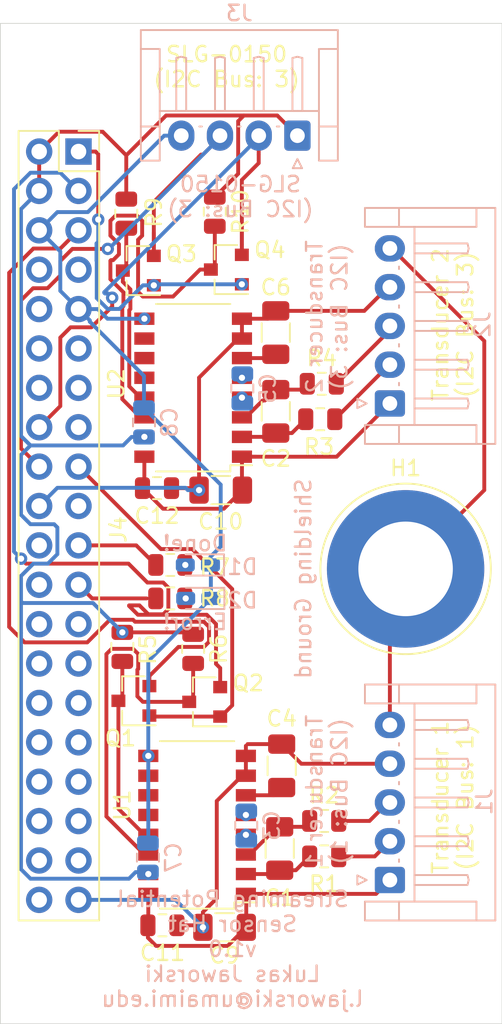
<source format=kicad_pcb>
(kicad_pcb (version 20171130) (host pcbnew "(5.1.4)-1")

  (general
    (thickness 1.6)
    (drawings 12)
    (tracks 345)
    (zones 0)
    (modules 35)
    (nets 68)
  )

  (page A4)
  (layers
    (0 F.Cu signal)
    (31 B.Cu signal)
    (32 B.Adhes user)
    (33 F.Adhes user)
    (34 B.Paste user)
    (35 F.Paste user)
    (36 B.SilkS user)
    (37 F.SilkS user)
    (38 B.Mask user)
    (39 F.Mask user)
    (40 Dwgs.User user)
    (41 Cmts.User user)
    (42 Eco1.User user)
    (43 Eco2.User user)
    (44 Edge.Cuts user)
    (45 Margin user)
    (46 B.CrtYd user)
    (47 F.CrtYd user)
    (48 B.Fab user hide)
    (49 F.Fab user hide)
  )

  (setup
    (last_trace_width 0.25)
    (trace_clearance 0.2)
    (zone_clearance 0.508)
    (zone_45_only no)
    (trace_min 0.2)
    (via_size 0.8)
    (via_drill 0.4)
    (via_min_size 0.4)
    (via_min_drill 0.3)
    (uvia_size 0.3)
    (uvia_drill 0.1)
    (uvias_allowed no)
    (uvia_min_size 0.2)
    (uvia_min_drill 0.1)
    (edge_width 0.05)
    (segment_width 0.2)
    (pcb_text_width 0.3)
    (pcb_text_size 1.5 1.5)
    (mod_edge_width 0.12)
    (mod_text_size 1 1)
    (mod_text_width 0.15)
    (pad_size 1.524 1.524)
    (pad_drill 0.762)
    (pad_to_mask_clearance 0.05)
    (aux_axis_origin 0 0)
    (visible_elements 7FFFF7FF)
    (pcbplotparams
      (layerselection 0x010fc_ffffffff)
      (usegerberextensions false)
      (usegerberattributes true)
      (usegerberadvancedattributes true)
      (creategerberjobfile true)
      (excludeedgelayer true)
      (linewidth 0.100000)
      (plotframeref false)
      (viasonmask false)
      (mode 1)
      (useauxorigin false)
      (hpglpennumber 1)
      (hpglpenspeed 20)
      (hpglpendiameter 15.000000)
      (psnegative false)
      (psa4output false)
      (plotreference true)
      (plotvalue true)
      (plotinvisibletext false)
      (padsonsilk false)
      (subtractmaskfromsilk false)
      (outputformat 1)
      (mirror false)
      (drillshape 1)
      (scaleselection 1)
      (outputdirectory ""))
  )

  (net 0 "")
  (net 1 "Net-(C1-Pad2)")
  (net 2 "Net-(C1-Pad1)")
  (net 3 "Net-(C2-Pad1)")
  (net 4 "Net-(C2-Pad2)")
  (net 5 "Net-(C3-Pad1)")
  (net 6 "Net-(C3-Pad2)")
  (net 7 GNDA)
  (net 8 "Net-(C4-Pad1)")
  (net 9 "Net-(C5-Pad2)")
  (net 10 "Net-(C5-Pad1)")
  (net 11 "Net-(C6-Pad1)")
  (net 12 +5V)
  (net 13 GND)
  (net 14 "Net-(C11-Pad1)")
  (net 15 "Net-(C10-Pad1)")
  (net 16 "Net-(D1-Pad2)")
  (net 17 "Net-(D2-Pad2)")
  (net 18 "Net-(J1-Pad3)")
  (net 19 GNDREF)
  (net 20 "Net-(J2-Pad3)")
  (net 21 /SDA_3.2)
  (net 22 /SCL_3.2)
  (net 23 /SDA_3.1)
  (net 24 "Net-(J4-Pad15)")
  (net 25 /SCL_3.1)
  (net 26 +3V3)
  (net 27 "Net-(J4-Pad23)")
  (net 28 "Net-(J4-Pad24)")
  (net 29 "Net-(J4-Pad11)")
  (net 30 "Net-(J4-Pad12)")
  (net 31 "Net-(J4-Pad27)")
  (net 32 "Net-(J4-Pad28)")
  (net 33 "Net-(J4-Pad13)")
  (net 34 "Net-(J4-Pad14)")
  (net 35 "Net-(J4-Pad10)")
  (net 36 "Net-(J4-Pad19)")
  (net 37 "Net-(J4-Pad37)")
  (net 38 "Net-(J4-Pad38)")
  (net 39 "Net-(J4-Pad33)")
  (net 40 "Net-(J4-Pad34)")
  (net 41 "Net-(J4-Pad35)")
  (net 42 "Net-(J4-Pad36)")
  (net 43 "Net-(J4-Pad31)")
  (net 44 "Net-(J4-Pad32)")
  (net 45 "Net-(J4-Pad7)")
  (net 46 "Net-(J4-Pad8)")
  (net 47 "Net-(J4-Pad29)")
  (net 48 "Net-(J4-Pad30)")
  (net 49 "Net-(J4-Pad21)")
  (net 50 "Net-(J4-Pad22)")
  (net 51 "Net-(J4-Pad26)")
  (net 52 "Net-(J4-Pad40)")
  (net 53 /SCL_5.1)
  (net 54 /SDA_5.1)
  (net 55 /SCL_5.2)
  (net 56 /SDA_5.2)
  (net 57 "Net-(U1-Pad12)")
  (net 58 "Net-(U1-Pad11)")
  (net 59 "Net-(U1-Pad10)")
  (net 60 "Net-(U2-Pad10)")
  (net 61 "Net-(U2-Pad11)")
  (net 62 "Net-(U2-Pad12)")
  (net 63 "Net-(J4-Pad25)")
  (net 64 GNDS)
  (net 65 +3.3VA)
  (net 66 "Net-(J1-Pad2)")
  (net 67 "Net-(J2-Pad2)")

  (net_class Default "This is the default net class."
    (clearance 0.2)
    (trace_width 0.25)
    (via_dia 0.8)
    (via_drill 0.4)
    (uvia_dia 0.3)
    (uvia_drill 0.1)
    (add_net +3.3VA)
    (add_net +3V3)
    (add_net +5V)
    (add_net /SCL_3.1)
    (add_net /SCL_3.2)
    (add_net /SCL_5.1)
    (add_net /SCL_5.2)
    (add_net /SDA_3.1)
    (add_net /SDA_3.2)
    (add_net /SDA_5.1)
    (add_net /SDA_5.2)
    (add_net GND)
    (add_net GNDA)
    (add_net GNDREF)
    (add_net GNDS)
    (add_net "Net-(C1-Pad1)")
    (add_net "Net-(C1-Pad2)")
    (add_net "Net-(C10-Pad1)")
    (add_net "Net-(C11-Pad1)")
    (add_net "Net-(C2-Pad1)")
    (add_net "Net-(C2-Pad2)")
    (add_net "Net-(C3-Pad1)")
    (add_net "Net-(C3-Pad2)")
    (add_net "Net-(C4-Pad1)")
    (add_net "Net-(C5-Pad1)")
    (add_net "Net-(C5-Pad2)")
    (add_net "Net-(C6-Pad1)")
    (add_net "Net-(D1-Pad2)")
    (add_net "Net-(D2-Pad2)")
    (add_net "Net-(J1-Pad2)")
    (add_net "Net-(J1-Pad3)")
    (add_net "Net-(J2-Pad2)")
    (add_net "Net-(J2-Pad3)")
    (add_net "Net-(J4-Pad10)")
    (add_net "Net-(J4-Pad11)")
    (add_net "Net-(J4-Pad12)")
    (add_net "Net-(J4-Pad13)")
    (add_net "Net-(J4-Pad14)")
    (add_net "Net-(J4-Pad15)")
    (add_net "Net-(J4-Pad19)")
    (add_net "Net-(J4-Pad21)")
    (add_net "Net-(J4-Pad22)")
    (add_net "Net-(J4-Pad23)")
    (add_net "Net-(J4-Pad24)")
    (add_net "Net-(J4-Pad25)")
    (add_net "Net-(J4-Pad26)")
    (add_net "Net-(J4-Pad27)")
    (add_net "Net-(J4-Pad28)")
    (add_net "Net-(J4-Pad29)")
    (add_net "Net-(J4-Pad30)")
    (add_net "Net-(J4-Pad31)")
    (add_net "Net-(J4-Pad32)")
    (add_net "Net-(J4-Pad33)")
    (add_net "Net-(J4-Pad34)")
    (add_net "Net-(J4-Pad35)")
    (add_net "Net-(J4-Pad36)")
    (add_net "Net-(J4-Pad37)")
    (add_net "Net-(J4-Pad38)")
    (add_net "Net-(J4-Pad40)")
    (add_net "Net-(J4-Pad7)")
    (add_net "Net-(J4-Pad8)")
    (add_net "Net-(U1-Pad10)")
    (add_net "Net-(U1-Pad11)")
    (add_net "Net-(U1-Pad12)")
    (add_net "Net-(U2-Pad10)")
    (add_net "Net-(U2-Pad11)")
    (add_net "Net-(U2-Pad12)")
  )

  (module Module:Raspberry_Pi_Zero_Socketed_THT_FaceDown_MountingHoles (layer F.Cu) (tedit 5F3B3694) (tstamp 5F3B5377)
    (at 533.365001 4.835001)
    (descr "Raspberry Pi Zero using through hole straight pin socket, 2x20, 2.54mm pitch, https://www.raspberrypi.org/documentation/hardware/raspberrypi/mechanical/rpi_MECH_Zero_1p2.pdf")
    (tags "raspberry pi zero through hole")
    (path /5F2ED634)
    (fp_text reference J4 (at 2.574999 24.374999 90) (layer F.SilkS)
      (effects (font (size 1 1) (thickness 0.15)))
    )
    (fp_text value Raspberry_Pi_2_3 (at 10.23 24.13 270) (layer F.Fab)
      (effects (font (size 1 1) (thickness 0.15)))
    )
    (fp_line (start -3.81 49.53) (end -3.81 -1.27) (layer F.Fab) (width 0.1))
    (fp_line (start 1.27 49.53) (end -3.81 49.53) (layer F.Fab) (width 0.1))
    (fp_line (start -3.87 -1.33) (end -3.87 49.59) (layer F.SilkS) (width 0.12))
    (fp_line (start -3.87 -1.33) (end -1.27 -1.33) (layer F.SilkS) (width 0.12))
    (fp_line (start 1.76 -1.8) (end 1.76 50) (layer F.CrtYd) (width 0.05))
    (fp_line (start -4.34 -1.8) (end 1.76 -1.8) (layer F.CrtYd) (width 0.05))
    (fp_line (start -4.34 50) (end -4.34 -1.8) (layer F.CrtYd) (width 0.05))
    (fp_line (start 1.76 50) (end -4.34 50) (layer F.CrtYd) (width 0.05))
    (fp_line (start -1.27 -1.33) (end -1.27 1.27) (layer F.SilkS) (width 0.12))
    (fp_line (start -1.27 1.27) (end 1.33 1.27) (layer F.SilkS) (width 0.12))
    (fp_line (start 0 -1.33) (end 1.33 -1.33) (layer F.SilkS) (width 0.12))
    (fp_line (start 1.33 -1.33) (end 1.33 0) (layer F.SilkS) (width 0.12))
    (fp_line (start 1.33 1.27) (end 1.33 49.59) (layer F.SilkS) (width 0.12))
    (fp_line (start -3.87 49.59) (end 1.33 49.59) (layer F.SilkS) (width 0.12))
    (fp_line (start 0.27 -1.27) (end 1.27 -0.27) (layer F.Fab) (width 0.1))
    (fp_line (start -3.81 -1.27) (end 0.27 -1.27) (layer F.Fab) (width 0.1))
    (fp_line (start 1.27 -0.27) (end 1.27 49.53) (layer F.Fab) (width 0.1))
    (fp_text user %R (at -1.27 24.13 90) (layer F.Fab)
      (effects (font (size 1 1) (thickness 0.15)))
    )
    (pad 6 thru_hole oval (at -2.54 5.08) (size 1.7 1.7) (drill 1) (layers *.Cu *.Mask)
      (net 13 GND))
    (pad 3 thru_hole oval (at 0 2.54) (size 1.7 1.7) (drill 1) (layers *.Cu *.Mask)
      (net 23 /SDA_3.1))
    (pad 15 thru_hole oval (at 0 17.78) (size 1.7 1.7) (drill 1) (layers *.Cu *.Mask)
      (net 24 "Net-(J4-Pad15)"))
    (pad 16 thru_hole oval (at -2.54 17.78) (size 1.7 1.7) (drill 1) (layers *.Cu *.Mask)
      (net 21 /SDA_3.2))
    (pad 4 thru_hole oval (at -2.54 2.54) (size 1.7 1.7) (drill 1) (layers *.Cu *.Mask)
      (net 12 +5V))
    (pad 5 thru_hole oval (at 0 5.08) (size 1.7 1.7) (drill 1) (layers *.Cu *.Mask)
      (net 25 /SCL_3.1))
    (pad 2 thru_hole oval (at -2.54 0) (size 1.7 1.7) (drill 1) (layers *.Cu *.Mask)
      (net 12 +5V))
    (pad 1 thru_hole rect (at 0 0) (size 1.7 1.7) (drill 1) (layers *.Cu *.Mask)
      (net 65 +3.3VA))
    (pad 23 thru_hole oval (at 0 27.94) (size 1.7 1.7) (drill 1) (layers *.Cu *.Mask)
      (net 27 "Net-(J4-Pad23)"))
    (pad 24 thru_hole oval (at -2.54 27.94) (size 1.7 1.7) (drill 1) (layers *.Cu *.Mask)
      (net 28 "Net-(J4-Pad24)"))
    (pad 11 thru_hole oval (at 0 12.7) (size 1.7 1.7) (drill 1) (layers *.Cu *.Mask)
      (net 29 "Net-(J4-Pad11)"))
    (pad 12 thru_hole oval (at -2.54 12.7) (size 1.7 1.7) (drill 1) (layers *.Cu *.Mask)
      (net 30 "Net-(J4-Pad12)"))
    (pad 27 thru_hole oval (at 0 33.02) (size 1.7 1.7) (drill 1) (layers *.Cu *.Mask)
      (net 31 "Net-(J4-Pad27)"))
    (pad 28 thru_hole oval (at -2.54 33.02) (size 1.7 1.7) (drill 1) (layers *.Cu *.Mask)
      (net 32 "Net-(J4-Pad28)"))
    (pad 13 thru_hole oval (at 0 15.24) (size 1.7 1.7) (drill 1) (layers *.Cu *.Mask)
      (net 33 "Net-(J4-Pad13)"))
    (pad 14 thru_hole oval (at -2.54 15.24) (size 1.7 1.7) (drill 1) (layers *.Cu *.Mask)
      (net 34 "Net-(J4-Pad14)"))
    (pad 9 thru_hole oval (at 0 10.16) (size 1.7 1.7) (drill 1) (layers *.Cu *.Mask)
      (net 13 GND))
    (pad 10 thru_hole oval (at -2.54 10.16) (size 1.7 1.7) (drill 1) (layers *.Cu *.Mask)
      (net 35 "Net-(J4-Pad10)"))
    (pad 19 thru_hole oval (at 0 22.86) (size 1.7 1.7) (drill 1) (layers *.Cu *.Mask)
      (net 36 "Net-(J4-Pad19)"))
    (pad 20 thru_hole oval (at -2.54 22.86) (size 1.7 1.7) (drill 1) (layers *.Cu *.Mask)
      (net 64 GNDS))
    (pad 37 thru_hole oval (at 0 45.72) (size 1.7 1.7) (drill 1) (layers *.Cu *.Mask)
      (net 37 "Net-(J4-Pad37)"))
    (pad 38 thru_hole oval (at -2.54 45.72) (size 1.7 1.7) (drill 1) (layers *.Cu *.Mask)
      (net 38 "Net-(J4-Pad38)"))
    (pad 33 thru_hole oval (at 0 40.64) (size 1.7 1.7) (drill 1) (layers *.Cu *.Mask)
      (net 39 "Net-(J4-Pad33)"))
    (pad 34 thru_hole oval (at -2.54 40.64) (size 1.7 1.7) (drill 1) (layers *.Cu *.Mask)
      (net 40 "Net-(J4-Pad34)"))
    (pad 35 thru_hole oval (at 0 43.18) (size 1.7 1.7) (drill 1) (layers *.Cu *.Mask)
      (net 41 "Net-(J4-Pad35)"))
    (pad 36 thru_hole oval (at -2.54 43.18) (size 1.7 1.7) (drill 1) (layers *.Cu *.Mask)
      (net 42 "Net-(J4-Pad36)"))
    (pad 17 thru_hole oval (at 0 20.32) (size 1.7 1.7) (drill 1) (layers *.Cu *.Mask)
      (net 26 +3V3))
    (pad 18 thru_hole oval (at -2.54 20.32) (size 1.7 1.7) (drill 1) (layers *.Cu *.Mask)
      (net 22 /SCL_3.2))
    (pad 31 thru_hole oval (at 0 38.1) (size 1.7 1.7) (drill 1) (layers *.Cu *.Mask)
      (net 43 "Net-(J4-Pad31)"))
    (pad 32 thru_hole oval (at -2.54 38.1) (size 1.7 1.7) (drill 1) (layers *.Cu *.Mask)
      (net 44 "Net-(J4-Pad32)"))
    (pad 7 thru_hole oval (at 0 7.62) (size 1.7 1.7) (drill 1) (layers *.Cu *.Mask)
      (net 45 "Net-(J4-Pad7)"))
    (pad 8 thru_hole oval (at -2.54 7.62) (size 1.7 1.7) (drill 1) (layers *.Cu *.Mask)
      (net 46 "Net-(J4-Pad8)"))
    (pad 29 thru_hole oval (at 0 35.56) (size 1.7 1.7) (drill 1) (layers *.Cu *.Mask)
      (net 47 "Net-(J4-Pad29)"))
    (pad 30 thru_hole oval (at -2.54 35.56) (size 1.7 1.7) (drill 1) (layers *.Cu *.Mask)
      (net 48 "Net-(J4-Pad30)"))
    (pad 21 thru_hole oval (at 0 25.4) (size 1.7 1.7) (drill 1) (layers *.Cu *.Mask)
      (net 49 "Net-(J4-Pad21)"))
    (pad 22 thru_hole oval (at -2.54 25.4) (size 1.7 1.7) (drill 1) (layers *.Cu *.Mask)
      (net 50 "Net-(J4-Pad22)"))
    (pad 25 thru_hole oval (at 0 30.48) (size 1.7 1.7) (drill 1) (layers *.Cu *.Mask)
      (net 63 "Net-(J4-Pad25)"))
    (pad 26 thru_hole oval (at -2.54 30.48) (size 1.7 1.7) (drill 1) (layers *.Cu *.Mask)
      (net 51 "Net-(J4-Pad26)"))
    (pad 39 thru_hole oval (at 0 48.26) (size 1.7 1.7) (drill 1) (layers *.Cu *.Mask)
      (net 7 GNDA))
    (pad 40 thru_hole oval (at -2.54 48.26) (size 1.7 1.7) (drill 1) (layers *.Cu *.Mask)
      (net 52 "Net-(J4-Pad40)"))
    (pad "" np_thru_hole circle (at -1.27 -4.87 90) (size 2.75 2.75) (drill 2.75) (layers *.Cu *.Mask)
      (solder_mask_margin 1.625))
    (pad "" np_thru_hole circle (at 21.73 53.13 90) (size 2.75 2.75) (drill 2.75) (layers *.Cu *.Mask)
      (solder_mask_margin 1.625))
    (pad "" np_thru_hole circle (at 21.73 -4.87 90) (size 2.75 2.75) (drill 2.75) (layers *.Cu *.Mask)
      (solder_mask_margin 1.625))
    (pad "" np_thru_hole circle (at -1.27 53.13 90) (size 2.75 2.75) (drill 2.75) (layers *.Cu *.Mask)
      (solder_mask_margin 1.625))
    (model ${KISYS3DMOD}/Module.3dshapes/Raspberry_Pi_Zero_Socketed_THT_FaceDown_MountingHoles.wrl
      (at (xyz 0 0 0))
      (scale (xyz 1 1 1))
      (rotate (xyz 0 0 0))
    )
  )

  (module Capacitor_SMD:C_1206_3216Metric (layer F.Cu) (tedit 5B301BBE) (tstamp 5F3B5137)
    (at 546.354 49.784 270)
    (descr "Capacitor SMD 1206 (3216 Metric), square (rectangular) end terminal, IPC_7351 nominal, (Body size source: http://www.tortai-tech.com/upload/download/2011102023233369053.pdf), generated with kicad-footprint-generator")
    (tags capacitor)
    (path /5F3E10BA)
    (attr smd)
    (fp_text reference C1 (at 3.172 0 180) (layer F.SilkS)
      (effects (font (size 1 1) (thickness 0.15)))
    )
    (fp_text value 100nF (at 0 1.82 90) (layer F.Fab)
      (effects (font (size 1 1) (thickness 0.15)))
    )
    (fp_text user %R (at 0 0 90) (layer F.Fab)
      (effects (font (size 0.8 0.8) (thickness 0.12)))
    )
    (fp_line (start -1.6 0.8) (end -1.6 -0.8) (layer F.Fab) (width 0.1))
    (fp_line (start -1.6 -0.8) (end 1.6 -0.8) (layer F.Fab) (width 0.1))
    (fp_line (start 1.6 -0.8) (end 1.6 0.8) (layer F.Fab) (width 0.1))
    (fp_line (start 1.6 0.8) (end -1.6 0.8) (layer F.Fab) (width 0.1))
    (fp_line (start -0.602064 -0.91) (end 0.602064 -0.91) (layer F.SilkS) (width 0.12))
    (fp_line (start -0.602064 0.91) (end 0.602064 0.91) (layer F.SilkS) (width 0.12))
    (fp_line (start -2.28 1.12) (end -2.28 -1.12) (layer F.CrtYd) (width 0.05))
    (fp_line (start -2.28 -1.12) (end 2.28 -1.12) (layer F.CrtYd) (width 0.05))
    (fp_line (start 2.28 -1.12) (end 2.28 1.12) (layer F.CrtYd) (width 0.05))
    (fp_line (start 2.28 1.12) (end -2.28 1.12) (layer F.CrtYd) (width 0.05))
    (pad 2 smd roundrect (at 1.4 0 270) (size 1.25 1.75) (layers F.Cu F.Paste F.Mask) (roundrect_rratio 0.2)
      (net 1 "Net-(C1-Pad2)"))
    (pad 1 smd roundrect (at -1.4 0 270) (size 1.25 1.75) (layers F.Cu F.Paste F.Mask) (roundrect_rratio 0.2)
      (net 2 "Net-(C1-Pad1)"))
    (model ${KISYS3DMOD}/Capacitor_SMD.3dshapes/C_1206_3216Metric.wrl
      (at (xyz 0 0 0))
      (scale (xyz 1 1 1))
      (rotate (xyz 0 0 0))
    )
  )

  (module Capacitor_SMD:C_1206_3216Metric (layer F.Cu) (tedit 5B301BBE) (tstamp 5F3B5148)
    (at 546.1 21.59 270)
    (descr "Capacitor SMD 1206 (3216 Metric), square (rectangular) end terminal, IPC_7351 nominal, (Body size source: http://www.tortai-tech.com/upload/download/2011102023233369053.pdf), generated with kicad-footprint-generator")
    (tags capacitor)
    (path /5F317CC8)
    (attr smd)
    (fp_text reference C2 (at 3.048 0 180) (layer F.SilkS)
      (effects (font (size 1 1) (thickness 0.15)))
    )
    (fp_text value 100nF (at 0 1.82 90) (layer F.Fab)
      (effects (font (size 1 1) (thickness 0.15)))
    )
    (fp_line (start 2.28 1.12) (end -2.28 1.12) (layer F.CrtYd) (width 0.05))
    (fp_line (start 2.28 -1.12) (end 2.28 1.12) (layer F.CrtYd) (width 0.05))
    (fp_line (start -2.28 -1.12) (end 2.28 -1.12) (layer F.CrtYd) (width 0.05))
    (fp_line (start -2.28 1.12) (end -2.28 -1.12) (layer F.CrtYd) (width 0.05))
    (fp_line (start -0.602064 0.91) (end 0.602064 0.91) (layer F.SilkS) (width 0.12))
    (fp_line (start -0.602064 -0.91) (end 0.602064 -0.91) (layer F.SilkS) (width 0.12))
    (fp_line (start 1.6 0.8) (end -1.6 0.8) (layer F.Fab) (width 0.1))
    (fp_line (start 1.6 -0.8) (end 1.6 0.8) (layer F.Fab) (width 0.1))
    (fp_line (start -1.6 -0.8) (end 1.6 -0.8) (layer F.Fab) (width 0.1))
    (fp_line (start -1.6 0.8) (end -1.6 -0.8) (layer F.Fab) (width 0.1))
    (fp_text user %R (at 0 0 90) (layer F.Fab)
      (effects (font (size 0.8 0.8) (thickness 0.12)))
    )
    (pad 1 smd roundrect (at -1.4 0 270) (size 1.25 1.75) (layers F.Cu F.Paste F.Mask) (roundrect_rratio 0.2)
      (net 3 "Net-(C2-Pad1)"))
    (pad 2 smd roundrect (at 1.4 0 270) (size 1.25 1.75) (layers F.Cu F.Paste F.Mask) (roundrect_rratio 0.2)
      (net 4 "Net-(C2-Pad2)"))
    (model ${KISYS3DMOD}/Capacitor_SMD.3dshapes/C_1206_3216Metric.wrl
      (at (xyz 0 0 0))
      (scale (xyz 1 1 1))
      (rotate (xyz 0 0 0))
    )
  )

  (module Capacitor_SMD:C_0805_2012Metric (layer B.Cu) (tedit 5B36C52B) (tstamp 5F3B5159)
    (at 544.195 48.3085 90)
    (descr "Capacitor SMD 0805 (2012 Metric), square (rectangular) end terminal, IPC_7351 nominal, (Body size source: https://docs.google.com/spreadsheets/d/1BsfQQcO9C6DZCsRaXUlFlo91Tg2WpOkGARC1WS5S8t0/edit?usp=sharing), generated with kicad-footprint-generator")
    (tags capacitor)
    (path /5F3E109A)
    (attr smd)
    (fp_text reference C3 (at 0 1.65 270) (layer B.SilkS)
      (effects (font (size 1 1) (thickness 0.15)) (justify mirror))
    )
    (fp_text value 680pF (at 0 -1.65 270) (layer B.Fab)
      (effects (font (size 1 1) (thickness 0.15)) (justify mirror))
    )
    (fp_line (start 1.68 -0.95) (end -1.68 -0.95) (layer B.CrtYd) (width 0.05))
    (fp_line (start 1.68 0.95) (end 1.68 -0.95) (layer B.CrtYd) (width 0.05))
    (fp_line (start -1.68 0.95) (end 1.68 0.95) (layer B.CrtYd) (width 0.05))
    (fp_line (start -1.68 -0.95) (end -1.68 0.95) (layer B.CrtYd) (width 0.05))
    (fp_line (start -0.258578 -0.71) (end 0.258578 -0.71) (layer B.SilkS) (width 0.12))
    (fp_line (start -0.258578 0.71) (end 0.258578 0.71) (layer B.SilkS) (width 0.12))
    (fp_line (start 1 -0.6) (end -1 -0.6) (layer B.Fab) (width 0.1))
    (fp_line (start 1 0.6) (end 1 -0.6) (layer B.Fab) (width 0.1))
    (fp_line (start -1 0.6) (end 1 0.6) (layer B.Fab) (width 0.1))
    (fp_line (start -1 -0.6) (end -1 0.6) (layer B.Fab) (width 0.1))
    (fp_text user %R (at 0 0 270) (layer B.Fab)
      (effects (font (size 0.5 0.5) (thickness 0.08)) (justify mirror))
    )
    (pad 1 smd roundrect (at -0.9375 0 90) (size 0.975 1.4) (layers B.Cu B.Paste B.Mask) (roundrect_rratio 0.25)
      (net 5 "Net-(C3-Pad1)"))
    (pad 2 smd roundrect (at 0.9375 0 90) (size 0.975 1.4) (layers B.Cu B.Paste B.Mask) (roundrect_rratio 0.25)
      (net 6 "Net-(C3-Pad2)"))
    (model ${KISYS3DMOD}/Capacitor_SMD.3dshapes/C_0805_2012Metric.wrl
      (at (xyz 0 0 0))
      (scale (xyz 1 1 1))
      (rotate (xyz 0 0 0))
    )
  )

  (module Capacitor_SMD:C_1206_3216Metric (layer F.Cu) (tedit 5B301BBE) (tstamp 5F3B33A1)
    (at 546.481 44.45 90)
    (descr "Capacitor SMD 1206 (3216 Metric), square (rectangular) end terminal, IPC_7351 nominal, (Body size source: http://www.tortai-tech.com/upload/download/2011102023233369053.pdf), generated with kicad-footprint-generator")
    (tags capacitor)
    (path /5F3E10A3)
    (attr smd)
    (fp_text reference C4 (at 3.048 0 180) (layer F.SilkS)
      (effects (font (size 1 1) (thickness 0.15)))
    )
    (fp_text value 100nF (at 0 1.82 90) (layer F.Fab)
      (effects (font (size 1 1) (thickness 0.15)))
    )
    (fp_text user %R (at 0 0 90) (layer F.Fab)
      (effects (font (size 0.8 0.8) (thickness 0.12)))
    )
    (fp_line (start -1.6 0.8) (end -1.6 -0.8) (layer F.Fab) (width 0.1))
    (fp_line (start -1.6 -0.8) (end 1.6 -0.8) (layer F.Fab) (width 0.1))
    (fp_line (start 1.6 -0.8) (end 1.6 0.8) (layer F.Fab) (width 0.1))
    (fp_line (start 1.6 0.8) (end -1.6 0.8) (layer F.Fab) (width 0.1))
    (fp_line (start -0.602064 -0.91) (end 0.602064 -0.91) (layer F.SilkS) (width 0.12))
    (fp_line (start -0.602064 0.91) (end 0.602064 0.91) (layer F.SilkS) (width 0.12))
    (fp_line (start -2.28 1.12) (end -2.28 -1.12) (layer F.CrtYd) (width 0.05))
    (fp_line (start -2.28 -1.12) (end 2.28 -1.12) (layer F.CrtYd) (width 0.05))
    (fp_line (start 2.28 -1.12) (end 2.28 1.12) (layer F.CrtYd) (width 0.05))
    (fp_line (start 2.28 1.12) (end -2.28 1.12) (layer F.CrtYd) (width 0.05))
    (pad 2 smd roundrect (at 1.4 0 90) (size 1.25 1.75) (layers F.Cu F.Paste F.Mask) (roundrect_rratio 0.2)
      (net 7 GNDA))
    (pad 1 smd roundrect (at -1.4 0 90) (size 1.25 1.75) (layers F.Cu F.Paste F.Mask) (roundrect_rratio 0.2)
      (net 8 "Net-(C4-Pad1)"))
    (model ${KISYS3DMOD}/Capacitor_SMD.3dshapes/C_1206_3216Metric.wrl
      (at (xyz 0 0 0))
      (scale (xyz 1 1 1))
      (rotate (xyz 0 0 0))
    )
  )

  (module Capacitor_SMD:C_0805_2012Metric (layer B.Cu) (tedit 5B36C52B) (tstamp 5F3B517B)
    (at 543.941 20.1145 90)
    (descr "Capacitor SMD 0805 (2012 Metric), square (rectangular) end terminal, IPC_7351 nominal, (Body size source: https://docs.google.com/spreadsheets/d/1BsfQQcO9C6DZCsRaXUlFlo91Tg2WpOkGARC1WS5S8t0/edit?usp=sharing), generated with kicad-footprint-generator")
    (tags capacitor)
    (path /5F30BD97)
    (attr smd)
    (fp_text reference C5 (at 0 1.65 90) (layer B.SilkS)
      (effects (font (size 1 1) (thickness 0.15)) (justify mirror))
    )
    (fp_text value 680pF (at 0 -1.65 90) (layer B.Fab)
      (effects (font (size 1 1) (thickness 0.15)) (justify mirror))
    )
    (fp_text user %R (at 0 0 90) (layer B.Fab)
      (effects (font (size 0.5 0.5) (thickness 0.08)) (justify mirror))
    )
    (fp_line (start -1 -0.6) (end -1 0.6) (layer B.Fab) (width 0.1))
    (fp_line (start -1 0.6) (end 1 0.6) (layer B.Fab) (width 0.1))
    (fp_line (start 1 0.6) (end 1 -0.6) (layer B.Fab) (width 0.1))
    (fp_line (start 1 -0.6) (end -1 -0.6) (layer B.Fab) (width 0.1))
    (fp_line (start -0.258578 0.71) (end 0.258578 0.71) (layer B.SilkS) (width 0.12))
    (fp_line (start -0.258578 -0.71) (end 0.258578 -0.71) (layer B.SilkS) (width 0.12))
    (fp_line (start -1.68 -0.95) (end -1.68 0.95) (layer B.CrtYd) (width 0.05))
    (fp_line (start -1.68 0.95) (end 1.68 0.95) (layer B.CrtYd) (width 0.05))
    (fp_line (start 1.68 0.95) (end 1.68 -0.95) (layer B.CrtYd) (width 0.05))
    (fp_line (start 1.68 -0.95) (end -1.68 -0.95) (layer B.CrtYd) (width 0.05))
    (pad 2 smd roundrect (at 0.9375 0 90) (size 0.975 1.4) (layers B.Cu B.Paste B.Mask) (roundrect_rratio 0.25)
      (net 9 "Net-(C5-Pad2)"))
    (pad 1 smd roundrect (at -0.9375 0 90) (size 0.975 1.4) (layers B.Cu B.Paste B.Mask) (roundrect_rratio 0.25)
      (net 10 "Net-(C5-Pad1)"))
    (model ${KISYS3DMOD}/Capacitor_SMD.3dshapes/C_0805_2012Metric.wrl
      (at (xyz 0 0 0))
      (scale (xyz 1 1 1))
      (rotate (xyz 0 0 0))
    )
  )

  (module Capacitor_SMD:C_1206_3216Metric (layer F.Cu) (tedit 5B301BBE) (tstamp 5F3B518C)
    (at 546.1 16.51 90)
    (descr "Capacitor SMD 1206 (3216 Metric), square (rectangular) end terminal, IPC_7351 nominal, (Body size source: http://www.tortai-tech.com/upload/download/2011102023233369053.pdf), generated with kicad-footprint-generator")
    (tags capacitor)
    (path /5F30FD3D)
    (attr smd)
    (fp_text reference C6 (at 2.921 0 180) (layer F.SilkS)
      (effects (font (size 1 1) (thickness 0.15)))
    )
    (fp_text value 100nF (at 0 1.82 90) (layer F.Fab)
      (effects (font (size 1 1) (thickness 0.15)))
    )
    (fp_text user %R (at 0 0 90) (layer F.Fab)
      (effects (font (size 0.8 0.8) (thickness 0.12)))
    )
    (fp_line (start -1.6 0.8) (end -1.6 -0.8) (layer F.Fab) (width 0.1))
    (fp_line (start -1.6 -0.8) (end 1.6 -0.8) (layer F.Fab) (width 0.1))
    (fp_line (start 1.6 -0.8) (end 1.6 0.8) (layer F.Fab) (width 0.1))
    (fp_line (start 1.6 0.8) (end -1.6 0.8) (layer F.Fab) (width 0.1))
    (fp_line (start -0.602064 -0.91) (end 0.602064 -0.91) (layer F.SilkS) (width 0.12))
    (fp_line (start -0.602064 0.91) (end 0.602064 0.91) (layer F.SilkS) (width 0.12))
    (fp_line (start -2.28 1.12) (end -2.28 -1.12) (layer F.CrtYd) (width 0.05))
    (fp_line (start -2.28 -1.12) (end 2.28 -1.12) (layer F.CrtYd) (width 0.05))
    (fp_line (start 2.28 -1.12) (end 2.28 1.12) (layer F.CrtYd) (width 0.05))
    (fp_line (start 2.28 1.12) (end -2.28 1.12) (layer F.CrtYd) (width 0.05))
    (pad 2 smd roundrect (at 1.4 0 90) (size 1.25 1.75) (layers F.Cu F.Paste F.Mask) (roundrect_rratio 0.2)
      (net 64 GNDS))
    (pad 1 smd roundrect (at -1.4 0 90) (size 1.25 1.75) (layers F.Cu F.Paste F.Mask) (roundrect_rratio 0.2)
      (net 11 "Net-(C6-Pad1)"))
    (model ${KISYS3DMOD}/Capacitor_SMD.3dshapes/C_1206_3216Metric.wrl
      (at (xyz 0 0 0))
      (scale (xyz 1 1 1))
      (rotate (xyz 0 0 0))
    )
  )

  (module Capacitor_SMD:C_0805_2012Metric (layer B.Cu) (tedit 5B36C52B) (tstamp 5F3B519D)
    (at 537.845 50.3705 90)
    (descr "Capacitor SMD 0805 (2012 Metric), square (rectangular) end terminal, IPC_7351 nominal, (Body size source: https://docs.google.com/spreadsheets/d/1BsfQQcO9C6DZCsRaXUlFlo91Tg2WpOkGARC1WS5S8t0/edit?usp=sharing), generated with kicad-footprint-generator")
    (tags capacitor)
    (path /5F3E10CC)
    (attr smd)
    (fp_text reference C7 (at 0 1.65 90) (layer B.SilkS)
      (effects (font (size 1 1) (thickness 0.15)) (justify mirror))
    )
    (fp_text value 10uF (at 0 -1.65 90) (layer B.Fab)
      (effects (font (size 1 1) (thickness 0.15)) (justify mirror))
    )
    (fp_line (start 1.68 -0.95) (end -1.68 -0.95) (layer B.CrtYd) (width 0.05))
    (fp_line (start 1.68 0.95) (end 1.68 -0.95) (layer B.CrtYd) (width 0.05))
    (fp_line (start -1.68 0.95) (end 1.68 0.95) (layer B.CrtYd) (width 0.05))
    (fp_line (start -1.68 -0.95) (end -1.68 0.95) (layer B.CrtYd) (width 0.05))
    (fp_line (start -0.258578 -0.71) (end 0.258578 -0.71) (layer B.SilkS) (width 0.12))
    (fp_line (start -0.258578 0.71) (end 0.258578 0.71) (layer B.SilkS) (width 0.12))
    (fp_line (start 1 -0.6) (end -1 -0.6) (layer B.Fab) (width 0.1))
    (fp_line (start 1 0.6) (end 1 -0.6) (layer B.Fab) (width 0.1))
    (fp_line (start -1 0.6) (end 1 0.6) (layer B.Fab) (width 0.1))
    (fp_line (start -1 -0.6) (end -1 0.6) (layer B.Fab) (width 0.1))
    (fp_text user %R (at 0 0 90) (layer B.Fab)
      (effects (font (size 0.5 0.5) (thickness 0.08)) (justify mirror))
    )
    (pad 1 smd roundrect (at -0.9375 0 90) (size 0.975 1.4) (layers B.Cu B.Paste B.Mask) (roundrect_rratio 0.25)
      (net 12 +5V))
    (pad 2 smd roundrect (at 0.9375 0 90) (size 0.975 1.4) (layers B.Cu B.Paste B.Mask) (roundrect_rratio 0.25)
      (net 13 GND))
    (model ${KISYS3DMOD}/Capacitor_SMD.3dshapes/C_0805_2012Metric.wrl
      (at (xyz 0 0 0))
      (scale (xyz 1 1 1))
      (rotate (xyz 0 0 0))
    )
  )

  (module Capacitor_SMD:C_0805_2012Metric (layer B.Cu) (tedit 5B36C52B) (tstamp 5F3B51AE)
    (at 537.591 22.3035 90)
    (descr "Capacitor SMD 0805 (2012 Metric), square (rectangular) end terminal, IPC_7351 nominal, (Body size source: https://docs.google.com/spreadsheets/d/1BsfQQcO9C6DZCsRaXUlFlo91Tg2WpOkGARC1WS5S8t0/edit?usp=sharing), generated with kicad-footprint-generator")
    (tags capacitor)
    (path /5F31EAA0)
    (attr smd)
    (fp_text reference C8 (at 0 1.65 90) (layer B.SilkS)
      (effects (font (size 1 1) (thickness 0.15)) (justify mirror))
    )
    (fp_text value 10uF (at 0 -1.65 90) (layer B.Fab)
      (effects (font (size 1 1) (thickness 0.15)) (justify mirror))
    )
    (fp_text user %R (at 0 0 90) (layer B.Fab)
      (effects (font (size 0.5 0.5) (thickness 0.08)) (justify mirror))
    )
    (fp_line (start -1 -0.6) (end -1 0.6) (layer B.Fab) (width 0.1))
    (fp_line (start -1 0.6) (end 1 0.6) (layer B.Fab) (width 0.1))
    (fp_line (start 1 0.6) (end 1 -0.6) (layer B.Fab) (width 0.1))
    (fp_line (start 1 -0.6) (end -1 -0.6) (layer B.Fab) (width 0.1))
    (fp_line (start -0.258578 0.71) (end 0.258578 0.71) (layer B.SilkS) (width 0.12))
    (fp_line (start -0.258578 -0.71) (end 0.258578 -0.71) (layer B.SilkS) (width 0.12))
    (fp_line (start -1.68 -0.95) (end -1.68 0.95) (layer B.CrtYd) (width 0.05))
    (fp_line (start -1.68 0.95) (end 1.68 0.95) (layer B.CrtYd) (width 0.05))
    (fp_line (start 1.68 0.95) (end 1.68 -0.95) (layer B.CrtYd) (width 0.05))
    (fp_line (start 1.68 -0.95) (end -1.68 -0.95) (layer B.CrtYd) (width 0.05))
    (pad 2 smd roundrect (at 0.9375 0 90) (size 0.975 1.4) (layers B.Cu B.Paste B.Mask) (roundrect_rratio 0.25)
      (net 13 GND))
    (pad 1 smd roundrect (at -0.9375 0 90) (size 0.975 1.4) (layers B.Cu B.Paste B.Mask) (roundrect_rratio 0.25)
      (net 12 +5V))
    (model ${KISYS3DMOD}/Capacitor_SMD.3dshapes/C_0805_2012Metric.wrl
      (at (xyz 0 0 0))
      (scale (xyz 1 1 1))
      (rotate (xyz 0 0 0))
    )
  )

  (module Capacitor_SMD:C_1206_3216Metric (layer F.Cu) (tedit 5B301BBE) (tstamp 5F3B51BF)
    (at 542.795 54.864 180)
    (descr "Capacitor SMD 1206 (3216 Metric), square (rectangular) end terminal, IPC_7351 nominal, (Body size source: http://www.tortai-tech.com/upload/download/2011102023233369053.pdf), generated with kicad-footprint-generator")
    (tags capacitor)
    (path /5F3E10D7)
    (attr smd)
    (fp_text reference C9 (at 0 -1.82) (layer F.SilkS)
      (effects (font (size 1 1) (thickness 0.15)))
    )
    (fp_text value 100nF (at 0 1.82) (layer F.Fab)
      (effects (font (size 1 1) (thickness 0.15)))
    )
    (fp_line (start 2.28 1.12) (end -2.28 1.12) (layer F.CrtYd) (width 0.05))
    (fp_line (start 2.28 -1.12) (end 2.28 1.12) (layer F.CrtYd) (width 0.05))
    (fp_line (start -2.28 -1.12) (end 2.28 -1.12) (layer F.CrtYd) (width 0.05))
    (fp_line (start -2.28 1.12) (end -2.28 -1.12) (layer F.CrtYd) (width 0.05))
    (fp_line (start -0.602064 0.91) (end 0.602064 0.91) (layer F.SilkS) (width 0.12))
    (fp_line (start -0.602064 -0.91) (end 0.602064 -0.91) (layer F.SilkS) (width 0.12))
    (fp_line (start 1.6 0.8) (end -1.6 0.8) (layer F.Fab) (width 0.1))
    (fp_line (start 1.6 -0.8) (end 1.6 0.8) (layer F.Fab) (width 0.1))
    (fp_line (start -1.6 -0.8) (end 1.6 -0.8) (layer F.Fab) (width 0.1))
    (fp_line (start -1.6 0.8) (end -1.6 -0.8) (layer F.Fab) (width 0.1))
    (fp_text user %R (at 0 0) (layer F.Fab)
      (effects (font (size 0.8 0.8) (thickness 0.12)))
    )
    (pad 1 smd roundrect (at -1.4 0 180) (size 1.25 1.75) (layers F.Cu F.Paste F.Mask) (roundrect_rratio 0.2)
      (net 14 "Net-(C11-Pad1)"))
    (pad 2 smd roundrect (at 1.4 0 180) (size 1.25 1.75) (layers F.Cu F.Paste F.Mask) (roundrect_rratio 0.2)
      (net 7 GNDA))
    (model ${KISYS3DMOD}/Capacitor_SMD.3dshapes/C_1206_3216Metric.wrl
      (at (xyz 0 0 0))
      (scale (xyz 1 1 1))
      (rotate (xyz 0 0 0))
    )
  )

  (module Capacitor_SMD:C_1206_3216Metric (layer F.Cu) (tedit 5B301BBE) (tstamp 5F3B51D0)
    (at 542.547 26.67 180)
    (descr "Capacitor SMD 1206 (3216 Metric), square (rectangular) end terminal, IPC_7351 nominal, (Body size source: http://www.tortai-tech.com/upload/download/2011102023233369053.pdf), generated with kicad-footprint-generator")
    (tags capacitor)
    (path /5F31F94F)
    (attr smd)
    (fp_text reference C10 (at 0.003 -2.032) (layer F.SilkS)
      (effects (font (size 1 1) (thickness 0.15)))
    )
    (fp_text value 100nF (at 0 1.82) (layer F.Fab)
      (effects (font (size 1 1) (thickness 0.15)))
    )
    (fp_line (start 2.28 1.12) (end -2.28 1.12) (layer F.CrtYd) (width 0.05))
    (fp_line (start 2.28 -1.12) (end 2.28 1.12) (layer F.CrtYd) (width 0.05))
    (fp_line (start -2.28 -1.12) (end 2.28 -1.12) (layer F.CrtYd) (width 0.05))
    (fp_line (start -2.28 1.12) (end -2.28 -1.12) (layer F.CrtYd) (width 0.05))
    (fp_line (start -0.602064 0.91) (end 0.602064 0.91) (layer F.SilkS) (width 0.12))
    (fp_line (start -0.602064 -0.91) (end 0.602064 -0.91) (layer F.SilkS) (width 0.12))
    (fp_line (start 1.6 0.8) (end -1.6 0.8) (layer F.Fab) (width 0.1))
    (fp_line (start 1.6 -0.8) (end 1.6 0.8) (layer F.Fab) (width 0.1))
    (fp_line (start -1.6 -0.8) (end 1.6 -0.8) (layer F.Fab) (width 0.1))
    (fp_line (start -1.6 0.8) (end -1.6 -0.8) (layer F.Fab) (width 0.1))
    (fp_text user %R (at 0 0) (layer F.Fab)
      (effects (font (size 0.8 0.8) (thickness 0.12)))
    )
    (pad 1 smd roundrect (at -1.4 0 180) (size 1.25 1.75) (layers F.Cu F.Paste F.Mask) (roundrect_rratio 0.2)
      (net 15 "Net-(C10-Pad1)"))
    (pad 2 smd roundrect (at 1.4 0 180) (size 1.25 1.75) (layers F.Cu F.Paste F.Mask) (roundrect_rratio 0.2)
      (net 64 GNDS))
    (model ${KISYS3DMOD}/Capacitor_SMD.3dshapes/C_1206_3216Metric.wrl
      (at (xyz 0 0 0))
      (scale (xyz 1 1 1))
      (rotate (xyz 0 0 0))
    )
  )

  (module Capacitor_SMD:C_0805_2012Metric (layer F.Cu) (tedit 5B36C52B) (tstamp 5F3B51E1)
    (at 538.7825 54.737)
    (descr "Capacitor SMD 0805 (2012 Metric), square (rectangular) end terminal, IPC_7351 nominal, (Body size source: https://docs.google.com/spreadsheets/d/1BsfQQcO9C6DZCsRaXUlFlo91Tg2WpOkGARC1WS5S8t0/edit?usp=sharing), generated with kicad-footprint-generator")
    (tags capacitor)
    (path /5F3E10DD)
    (attr smd)
    (fp_text reference C11 (at 0 1.778) (layer F.SilkS)
      (effects (font (size 1 1) (thickness 0.15)))
    )
    (fp_text value 1uF (at 0 1.65) (layer F.Fab)
      (effects (font (size 1 1) (thickness 0.15)))
    )
    (fp_line (start 1.68 0.95) (end -1.68 0.95) (layer F.CrtYd) (width 0.05))
    (fp_line (start 1.68 -0.95) (end 1.68 0.95) (layer F.CrtYd) (width 0.05))
    (fp_line (start -1.68 -0.95) (end 1.68 -0.95) (layer F.CrtYd) (width 0.05))
    (fp_line (start -1.68 0.95) (end -1.68 -0.95) (layer F.CrtYd) (width 0.05))
    (fp_line (start -0.258578 0.71) (end 0.258578 0.71) (layer F.SilkS) (width 0.12))
    (fp_line (start -0.258578 -0.71) (end 0.258578 -0.71) (layer F.SilkS) (width 0.12))
    (fp_line (start 1 0.6) (end -1 0.6) (layer F.Fab) (width 0.1))
    (fp_line (start 1 -0.6) (end 1 0.6) (layer F.Fab) (width 0.1))
    (fp_line (start -1 -0.6) (end 1 -0.6) (layer F.Fab) (width 0.1))
    (fp_line (start -1 0.6) (end -1 -0.6) (layer F.Fab) (width 0.1))
    (fp_text user %R (at 0 0) (layer F.Fab)
      (effects (font (size 0.5 0.5) (thickness 0.08)))
    )
    (pad 1 smd roundrect (at -0.9375 0) (size 0.975 1.4) (layers F.Cu F.Paste F.Mask) (roundrect_rratio 0.25)
      (net 14 "Net-(C11-Pad1)"))
    (pad 2 smd roundrect (at 0.9375 0) (size 0.975 1.4) (layers F.Cu F.Paste F.Mask) (roundrect_rratio 0.25)
      (net 7 GNDA))
    (model ${KISYS3DMOD}/Capacitor_SMD.3dshapes/C_0805_2012Metric.wrl
      (at (xyz 0 0 0))
      (scale (xyz 1 1 1))
      (rotate (xyz 0 0 0))
    )
  )

  (module Capacitor_SMD:C_0805_2012Metric (layer F.Cu) (tedit 5B36C52B) (tstamp 5F3B51F2)
    (at 538.4315 26.543)
    (descr "Capacitor SMD 0805 (2012 Metric), square (rectangular) end terminal, IPC_7351 nominal, (Body size source: https://docs.google.com/spreadsheets/d/1BsfQQcO9C6DZCsRaXUlFlo91Tg2WpOkGARC1WS5S8t0/edit?usp=sharing), generated with kicad-footprint-generator")
    (tags capacitor)
    (path /5F320612)
    (attr smd)
    (fp_text reference C12 (at 0 1.778) (layer F.SilkS)
      (effects (font (size 1 1) (thickness 0.15)))
    )
    (fp_text value 1uF (at 0 1.65) (layer F.Fab)
      (effects (font (size 1 1) (thickness 0.15)))
    )
    (fp_text user %R (at 0 0) (layer F.Fab)
      (effects (font (size 0.5 0.5) (thickness 0.08)))
    )
    (fp_line (start -1 0.6) (end -1 -0.6) (layer F.Fab) (width 0.1))
    (fp_line (start -1 -0.6) (end 1 -0.6) (layer F.Fab) (width 0.1))
    (fp_line (start 1 -0.6) (end 1 0.6) (layer F.Fab) (width 0.1))
    (fp_line (start 1 0.6) (end -1 0.6) (layer F.Fab) (width 0.1))
    (fp_line (start -0.258578 -0.71) (end 0.258578 -0.71) (layer F.SilkS) (width 0.12))
    (fp_line (start -0.258578 0.71) (end 0.258578 0.71) (layer F.SilkS) (width 0.12))
    (fp_line (start -1.68 0.95) (end -1.68 -0.95) (layer F.CrtYd) (width 0.05))
    (fp_line (start -1.68 -0.95) (end 1.68 -0.95) (layer F.CrtYd) (width 0.05))
    (fp_line (start 1.68 -0.95) (end 1.68 0.95) (layer F.CrtYd) (width 0.05))
    (fp_line (start 1.68 0.95) (end -1.68 0.95) (layer F.CrtYd) (width 0.05))
    (pad 2 smd roundrect (at 0.9375 0) (size 0.975 1.4) (layers F.Cu F.Paste F.Mask) (roundrect_rratio 0.25)
      (net 64 GNDS))
    (pad 1 smd roundrect (at -0.9375 0) (size 0.975 1.4) (layers F.Cu F.Paste F.Mask) (roundrect_rratio 0.25)
      (net 15 "Net-(C10-Pad1)"))
    (model ${KISYS3DMOD}/Capacitor_SMD.3dshapes/C_0805_2012Metric.wrl
      (at (xyz 0 0 0))
      (scale (xyz 1 1 1))
      (rotate (xyz 0 0 0))
    )
  )

  (module LED_SMD:LED_0603_1608Metric_Castellated (layer B.Cu) (tedit 5B301BBE) (tstamp 5F3B5205)
    (at 541.0705 31.496 180)
    (descr "LED SMD 0603 (1608 Metric), castellated end terminal, IPC_7351 nominal, (Body size source: http://www.tortai-tech.com/upload/download/2011102023233369053.pdf), generated with kicad-footprint-generator")
    (tags "LED castellated")
    (path /5F4AE8CC)
    (attr smd)
    (fp_text reference D1 (at -2.8705 -0.127) (layer B.SilkS)
      (effects (font (size 1 1) (thickness 0.15)) (justify mirror))
    )
    (fp_text value Done! (at 0.1775 1.397) (layer B.SilkS)
      (effects (font (size 1 1) (thickness 0.15)) (justify mirror))
    )
    (fp_line (start 1.68 -0.68) (end -1.68 -0.68) (layer B.CrtYd) (width 0.05))
    (fp_line (start 1.68 0.68) (end 1.68 -0.68) (layer B.CrtYd) (width 0.05))
    (fp_line (start -1.68 0.68) (end 1.68 0.68) (layer B.CrtYd) (width 0.05))
    (fp_line (start -1.68 -0.68) (end -1.68 0.68) (layer B.CrtYd) (width 0.05))
    (fp_line (start -1.685 -0.685) (end 0.8 -0.685) (layer B.SilkS) (width 0.12))
    (fp_line (start -1.685 0.685) (end -1.685 -0.685) (layer B.SilkS) (width 0.12))
    (fp_line (start 0.8 0.685) (end -1.685 0.685) (layer B.SilkS) (width 0.12))
    (fp_line (start 0.8 -0.4) (end 0.8 0.4) (layer B.Fab) (width 0.1))
    (fp_line (start -0.8 -0.4) (end 0.8 -0.4) (layer B.Fab) (width 0.1))
    (fp_line (start -0.8 0.1) (end -0.8 -0.4) (layer B.Fab) (width 0.1))
    (fp_line (start -0.5 0.4) (end -0.8 0.1) (layer B.Fab) (width 0.1))
    (fp_line (start 0.8 0.4) (end -0.5 0.4) (layer B.Fab) (width 0.1))
    (fp_text user %R (at 0 0) (layer B.Fab)
      (effects (font (size 0.4 0.4) (thickness 0.06)) (justify mirror))
    )
    (pad 1 smd roundrect (at -0.8125 0 180) (size 1.225 0.85) (layers B.Cu B.Paste B.Mask) (roundrect_rratio 0.25)
      (net 13 GND))
    (pad 2 smd roundrect (at 0.8125 0 180) (size 1.225 0.85) (layers B.Cu B.Paste B.Mask) (roundrect_rratio 0.25)
      (net 16 "Net-(D1-Pad2)"))
    (model ${KISYS3DMOD}/LED_SMD.3dshapes/LED_0603_1608Metric_Castellated.wrl
      (at (xyz 0 0 0))
      (scale (xyz 1 1 1))
      (rotate (xyz 0 0 0))
    )
  )

  (module LED_SMD:LED_0603_1608Metric_Castellated (layer B.Cu) (tedit 5B301BBE) (tstamp 5F3B5218)
    (at 541.0965 33.655 180)
    (descr "LED SMD 0603 (1608 Metric), castellated end terminal, IPC_7351 nominal, (Body size source: http://www.tortai-tech.com/upload/download/2011102023233369053.pdf), generated with kicad-footprint-generator")
    (tags "LED castellated")
    (path /5F4AD4B6)
    (attr smd)
    (fp_text reference D2 (at -2.8445 -0.127) (layer B.SilkS)
      (effects (font (size 1 1) (thickness 0.15)) (justify mirror))
    )
    (fp_text value Error! (at 0.2035 -1.524) (layer B.SilkS)
      (effects (font (size 1 1) (thickness 0.15)) (justify mirror))
    )
    (fp_text user %R (at 0 0) (layer B.Fab)
      (effects (font (size 0.4 0.4) (thickness 0.06)) (justify mirror))
    )
    (fp_line (start 0.8 0.4) (end -0.5 0.4) (layer B.Fab) (width 0.1))
    (fp_line (start -0.5 0.4) (end -0.8 0.1) (layer B.Fab) (width 0.1))
    (fp_line (start -0.8 0.1) (end -0.8 -0.4) (layer B.Fab) (width 0.1))
    (fp_line (start -0.8 -0.4) (end 0.8 -0.4) (layer B.Fab) (width 0.1))
    (fp_line (start 0.8 -0.4) (end 0.8 0.4) (layer B.Fab) (width 0.1))
    (fp_line (start 0.8 0.685) (end -1.685 0.685) (layer B.SilkS) (width 0.12))
    (fp_line (start -1.685 0.685) (end -1.685 -0.685) (layer B.SilkS) (width 0.12))
    (fp_line (start -1.685 -0.685) (end 0.8 -0.685) (layer B.SilkS) (width 0.12))
    (fp_line (start -1.68 -0.68) (end -1.68 0.68) (layer B.CrtYd) (width 0.05))
    (fp_line (start -1.68 0.68) (end 1.68 0.68) (layer B.CrtYd) (width 0.05))
    (fp_line (start 1.68 0.68) (end 1.68 -0.68) (layer B.CrtYd) (width 0.05))
    (fp_line (start 1.68 -0.68) (end -1.68 -0.68) (layer B.CrtYd) (width 0.05))
    (pad 2 smd roundrect (at 0.8125 0 180) (size 1.225 0.85) (layers B.Cu B.Paste B.Mask) (roundrect_rratio 0.25)
      (net 17 "Net-(D2-Pad2)"))
    (pad 1 smd roundrect (at -0.8125 0 180) (size 1.225 0.85) (layers B.Cu B.Paste B.Mask) (roundrect_rratio 0.25)
      (net 13 GND))
    (model ${KISYS3DMOD}/LED_SMD.3dshapes/LED_0603_1608Metric_Castellated.wrl
      (at (xyz 0 0 0))
      (scale (xyz 1 1 1))
      (rotate (xyz 0 0 0))
    )
  )

  (module Connector_JST:JST_EH_S5B-EH_1x05_P2.50mm_Horizontal (layer B.Cu) (tedit 5C281425) (tstamp 5F3B5263)
    (at 553.466 51.816 90)
    (descr "JST EH series connector, S5B-EH (http://www.jst-mfg.com/product/pdf/eng/eEH.pdf), generated with kicad-footprint-generator")
    (tags "connector JST EH horizontal")
    (path /5F3E106C)
    (fp_text reference J1 (at 5.047 6.096 270) (layer B.SilkS)
      (effects (font (size 1 1) (thickness 0.15)) (justify mirror))
    )
    (fp_text value Conn_01x05_Male (at 5 -2.7 270) (layer B.Fab)
      (effects (font (size 1 1) (thickness 0.15)) (justify mirror))
    )
    (fp_line (start 0 1.407107) (end 0.5 0.7) (layer B.Fab) (width 0.1))
    (fp_line (start -0.5 0.7) (end 0 1.407107) (layer B.Fab) (width 0.1))
    (fp_line (start 0.3 -2.1) (end 0 -1.5) (layer B.SilkS) (width 0.12))
    (fp_line (start -0.3 -2.1) (end 0.3 -2.1) (layer B.SilkS) (width 0.12))
    (fp_line (start 0 -1.5) (end -0.3 -2.1) (layer B.SilkS) (width 0.12))
    (fp_line (start 10.32 1.59) (end 10 1.59) (layer B.SilkS) (width 0.12))
    (fp_line (start 10.32 5.01) (end 10.32 1.59) (layer B.SilkS) (width 0.12))
    (fp_line (start 10 5.09) (end 10.32 5.01) (layer B.SilkS) (width 0.12))
    (fp_line (start 9.68 5.01) (end 10 5.09) (layer B.SilkS) (width 0.12))
    (fp_line (start 9.68 1.59) (end 9.68 5.01) (layer B.SilkS) (width 0.12))
    (fp_line (start 10 1.59) (end 9.68 1.59) (layer B.SilkS) (width 0.12))
    (fp_line (start 8.67 0.59) (end 8.83 0.59) (layer B.SilkS) (width 0.12))
    (fp_line (start 7.82 1.59) (end 7.5 1.59) (layer B.SilkS) (width 0.12))
    (fp_line (start 7.82 5.01) (end 7.82 1.59) (layer B.SilkS) (width 0.12))
    (fp_line (start 7.5 5.09) (end 7.82 5.01) (layer B.SilkS) (width 0.12))
    (fp_line (start 7.18 5.01) (end 7.5 5.09) (layer B.SilkS) (width 0.12))
    (fp_line (start 7.18 1.59) (end 7.18 5.01) (layer B.SilkS) (width 0.12))
    (fp_line (start 7.5 1.59) (end 7.18 1.59) (layer B.SilkS) (width 0.12))
    (fp_line (start 6.17 0.59) (end 6.33 0.59) (layer B.SilkS) (width 0.12))
    (fp_line (start 5.32 1.59) (end 5 1.59) (layer B.SilkS) (width 0.12))
    (fp_line (start 5.32 5.01) (end 5.32 1.59) (layer B.SilkS) (width 0.12))
    (fp_line (start 5 5.09) (end 5.32 5.01) (layer B.SilkS) (width 0.12))
    (fp_line (start 4.68 5.01) (end 5 5.09) (layer B.SilkS) (width 0.12))
    (fp_line (start 4.68 1.59) (end 4.68 5.01) (layer B.SilkS) (width 0.12))
    (fp_line (start 5 1.59) (end 4.68 1.59) (layer B.SilkS) (width 0.12))
    (fp_line (start 3.67 0.59) (end 3.83 0.59) (layer B.SilkS) (width 0.12))
    (fp_line (start 2.82 1.59) (end 2.5 1.59) (layer B.SilkS) (width 0.12))
    (fp_line (start 2.82 5.01) (end 2.82 1.59) (layer B.SilkS) (width 0.12))
    (fp_line (start 2.5 5.09) (end 2.82 5.01) (layer B.SilkS) (width 0.12))
    (fp_line (start 2.18 5.01) (end 2.5 5.09) (layer B.SilkS) (width 0.12))
    (fp_line (start 2.18 1.59) (end 2.18 5.01) (layer B.SilkS) (width 0.12))
    (fp_line (start 2.5 1.59) (end 2.18 1.59) (layer B.SilkS) (width 0.12))
    (fp_line (start 1.17 0.59) (end 1.33 0.59) (layer B.SilkS) (width 0.12))
    (fp_line (start 0.32 1.59) (end 0 1.59) (layer B.SilkS) (width 0.12))
    (fp_line (start 0.32 5.01) (end 0.32 1.59) (layer B.SilkS) (width 0.12))
    (fp_line (start 0 5.09) (end 0.32 5.01) (layer B.SilkS) (width 0.12))
    (fp_line (start -0.32 5.01) (end 0 5.09) (layer B.SilkS) (width 0.12))
    (fp_line (start -0.32 1.59) (end -0.32 5.01) (layer B.SilkS) (width 0.12))
    (fp_line (start 0 1.59) (end -0.32 1.59) (layer B.SilkS) (width 0.12))
    (fp_line (start -1.39 1.59) (end 11.39 1.59) (layer B.SilkS) (width 0.12))
    (fp_line (start 11.39 0.59) (end 12.61 0.59) (layer B.SilkS) (width 0.12))
    (fp_line (start 11.39 5.59) (end 11.39 0.59) (layer B.SilkS) (width 0.12))
    (fp_line (start 12.61 5.59) (end 11.39 5.59) (layer B.SilkS) (width 0.12))
    (fp_line (start -1.39 0.59) (end -2.61 0.59) (layer B.SilkS) (width 0.12))
    (fp_line (start -1.39 5.59) (end -1.39 0.59) (layer B.SilkS) (width 0.12))
    (fp_line (start -2.61 5.59) (end -1.39 5.59) (layer B.SilkS) (width 0.12))
    (fp_line (start 11.39 -1.61) (end 11.39 0.59) (layer B.SilkS) (width 0.12))
    (fp_line (start 12.61 -1.61) (end 11.39 -1.61) (layer B.SilkS) (width 0.12))
    (fp_line (start 12.61 6.81) (end 12.61 -1.61) (layer B.SilkS) (width 0.12))
    (fp_line (start -2.61 6.81) (end 12.61 6.81) (layer B.SilkS) (width 0.12))
    (fp_line (start -2.61 -1.61) (end -2.61 6.81) (layer B.SilkS) (width 0.12))
    (fp_line (start -1.39 -1.61) (end -2.61 -1.61) (layer B.SilkS) (width 0.12))
    (fp_line (start -1.39 0.59) (end -1.39 -1.61) (layer B.SilkS) (width 0.12))
    (fp_line (start 13 7.2) (end -3 7.2) (layer B.CrtYd) (width 0.05))
    (fp_line (start 13 -2) (end 13 7.2) (layer B.CrtYd) (width 0.05))
    (fp_line (start -3 -2) (end 13 -2) (layer B.CrtYd) (width 0.05))
    (fp_line (start -3 7.2) (end -3 -2) (layer B.CrtYd) (width 0.05))
    (fp_line (start 11.5 0.7) (end -1.5 0.7) (layer B.Fab) (width 0.1))
    (fp_line (start 11.5 -1.5) (end 11.5 0.7) (layer B.Fab) (width 0.1))
    (fp_line (start 12.5 -1.5) (end 11.5 -1.5) (layer B.Fab) (width 0.1))
    (fp_line (start 12.5 6.7) (end 12.5 -1.5) (layer B.Fab) (width 0.1))
    (fp_line (start -2.5 6.7) (end 12.5 6.7) (layer B.Fab) (width 0.1))
    (fp_line (start -2.5 -1.5) (end -2.5 6.7) (layer B.Fab) (width 0.1))
    (fp_line (start -1.5 -1.5) (end -2.5 -1.5) (layer B.Fab) (width 0.1))
    (fp_line (start -1.5 0.7) (end -1.5 -1.5) (layer B.Fab) (width 0.1))
    (fp_text user %R (at 5 2.6 270) (layer B.Fab)
      (effects (font (size 1 1) (thickness 0.15)) (justify mirror))
    )
    (pad 1 thru_hole roundrect (at 0 0 90) (size 1.7 1.95) (drill 0.95) (layers *.Cu *.Mask) (roundrect_rratio 0.147059)
      (net 14 "Net-(C11-Pad1)"))
    (pad 2 thru_hole oval (at 2.5 0 90) (size 1.7 1.95) (drill 0.95) (layers *.Cu *.Mask)
      (net 66 "Net-(J1-Pad2)"))
    (pad 3 thru_hole oval (at 5 0 90) (size 1.7 1.95) (drill 0.95) (layers *.Cu *.Mask)
      (net 18 "Net-(J1-Pad3)"))
    (pad 4 thru_hole oval (at 7.5 0 90) (size 1.7 1.95) (drill 0.95) (layers *.Cu *.Mask)
      (net 7 GNDA))
    (pad 5 thru_hole oval (at 10 0 90) (size 1.7 1.95) (drill 0.95) (layers *.Cu *.Mask)
      (net 19 GNDREF))
    (model ${KISYS3DMOD}/Connector_JST.3dshapes/JST_EH_S5B-EH_1x05_P2.50mm_Horizontal.wrl
      (at (xyz 0 0 0))
      (scale (xyz 1 1 1))
      (rotate (xyz 0 0 0))
    )
  )

  (module Connector_JST:JST_EH_S5B-EH_1x05_P2.50mm_Horizontal (layer B.Cu) (tedit 5C281425) (tstamp 5F3B52AE)
    (at 553.466 21.082 90)
    (descr "JST EH series connector, S5B-EH (http://www.jst-mfg.com/product/pdf/eng/eEH.pdf), generated with kicad-footprint-generator")
    (tags "connector JST EH horizontal")
    (path /5F2DBA72)
    (fp_text reference J2 (at 5.08 5.969 270) (layer B.SilkS)
      (effects (font (size 1 1) (thickness 0.15)) (justify mirror))
    )
    (fp_text value Conn_01x05_Male (at 5 -2.7 270) (layer B.Fab)
      (effects (font (size 1 1) (thickness 0.15)) (justify mirror))
    )
    (fp_text user %R (at 5 2.6 270) (layer B.Fab)
      (effects (font (size 1 1) (thickness 0.15)) (justify mirror))
    )
    (fp_line (start -1.5 0.7) (end -1.5 -1.5) (layer B.Fab) (width 0.1))
    (fp_line (start -1.5 -1.5) (end -2.5 -1.5) (layer B.Fab) (width 0.1))
    (fp_line (start -2.5 -1.5) (end -2.5 6.7) (layer B.Fab) (width 0.1))
    (fp_line (start -2.5 6.7) (end 12.5 6.7) (layer B.Fab) (width 0.1))
    (fp_line (start 12.5 6.7) (end 12.5 -1.5) (layer B.Fab) (width 0.1))
    (fp_line (start 12.5 -1.5) (end 11.5 -1.5) (layer B.Fab) (width 0.1))
    (fp_line (start 11.5 -1.5) (end 11.5 0.7) (layer B.Fab) (width 0.1))
    (fp_line (start 11.5 0.7) (end -1.5 0.7) (layer B.Fab) (width 0.1))
    (fp_line (start -3 7.2) (end -3 -2) (layer B.CrtYd) (width 0.05))
    (fp_line (start -3 -2) (end 13 -2) (layer B.CrtYd) (width 0.05))
    (fp_line (start 13 -2) (end 13 7.2) (layer B.CrtYd) (width 0.05))
    (fp_line (start 13 7.2) (end -3 7.2) (layer B.CrtYd) (width 0.05))
    (fp_line (start -1.39 0.59) (end -1.39 -1.61) (layer B.SilkS) (width 0.12))
    (fp_line (start -1.39 -1.61) (end -2.61 -1.61) (layer B.SilkS) (width 0.12))
    (fp_line (start -2.61 -1.61) (end -2.61 6.81) (layer B.SilkS) (width 0.12))
    (fp_line (start -2.61 6.81) (end 12.61 6.81) (layer B.SilkS) (width 0.12))
    (fp_line (start 12.61 6.81) (end 12.61 -1.61) (layer B.SilkS) (width 0.12))
    (fp_line (start 12.61 -1.61) (end 11.39 -1.61) (layer B.SilkS) (width 0.12))
    (fp_line (start 11.39 -1.61) (end 11.39 0.59) (layer B.SilkS) (width 0.12))
    (fp_line (start -2.61 5.59) (end -1.39 5.59) (layer B.SilkS) (width 0.12))
    (fp_line (start -1.39 5.59) (end -1.39 0.59) (layer B.SilkS) (width 0.12))
    (fp_line (start -1.39 0.59) (end -2.61 0.59) (layer B.SilkS) (width 0.12))
    (fp_line (start 12.61 5.59) (end 11.39 5.59) (layer B.SilkS) (width 0.12))
    (fp_line (start 11.39 5.59) (end 11.39 0.59) (layer B.SilkS) (width 0.12))
    (fp_line (start 11.39 0.59) (end 12.61 0.59) (layer B.SilkS) (width 0.12))
    (fp_line (start -1.39 1.59) (end 11.39 1.59) (layer B.SilkS) (width 0.12))
    (fp_line (start 0 1.59) (end -0.32 1.59) (layer B.SilkS) (width 0.12))
    (fp_line (start -0.32 1.59) (end -0.32 5.01) (layer B.SilkS) (width 0.12))
    (fp_line (start -0.32 5.01) (end 0 5.09) (layer B.SilkS) (width 0.12))
    (fp_line (start 0 5.09) (end 0.32 5.01) (layer B.SilkS) (width 0.12))
    (fp_line (start 0.32 5.01) (end 0.32 1.59) (layer B.SilkS) (width 0.12))
    (fp_line (start 0.32 1.59) (end 0 1.59) (layer B.SilkS) (width 0.12))
    (fp_line (start 1.17 0.59) (end 1.33 0.59) (layer B.SilkS) (width 0.12))
    (fp_line (start 2.5 1.59) (end 2.18 1.59) (layer B.SilkS) (width 0.12))
    (fp_line (start 2.18 1.59) (end 2.18 5.01) (layer B.SilkS) (width 0.12))
    (fp_line (start 2.18 5.01) (end 2.5 5.09) (layer B.SilkS) (width 0.12))
    (fp_line (start 2.5 5.09) (end 2.82 5.01) (layer B.SilkS) (width 0.12))
    (fp_line (start 2.82 5.01) (end 2.82 1.59) (layer B.SilkS) (width 0.12))
    (fp_line (start 2.82 1.59) (end 2.5 1.59) (layer B.SilkS) (width 0.12))
    (fp_line (start 3.67 0.59) (end 3.83 0.59) (layer B.SilkS) (width 0.12))
    (fp_line (start 5 1.59) (end 4.68 1.59) (layer B.SilkS) (width 0.12))
    (fp_line (start 4.68 1.59) (end 4.68 5.01) (layer B.SilkS) (width 0.12))
    (fp_line (start 4.68 5.01) (end 5 5.09) (layer B.SilkS) (width 0.12))
    (fp_line (start 5 5.09) (end 5.32 5.01) (layer B.SilkS) (width 0.12))
    (fp_line (start 5.32 5.01) (end 5.32 1.59) (layer B.SilkS) (width 0.12))
    (fp_line (start 5.32 1.59) (end 5 1.59) (layer B.SilkS) (width 0.12))
    (fp_line (start 6.17 0.59) (end 6.33 0.59) (layer B.SilkS) (width 0.12))
    (fp_line (start 7.5 1.59) (end 7.18 1.59) (layer B.SilkS) (width 0.12))
    (fp_line (start 7.18 1.59) (end 7.18 5.01) (layer B.SilkS) (width 0.12))
    (fp_line (start 7.18 5.01) (end 7.5 5.09) (layer B.SilkS) (width 0.12))
    (fp_line (start 7.5 5.09) (end 7.82 5.01) (layer B.SilkS) (width 0.12))
    (fp_line (start 7.82 5.01) (end 7.82 1.59) (layer B.SilkS) (width 0.12))
    (fp_line (start 7.82 1.59) (end 7.5 1.59) (layer B.SilkS) (width 0.12))
    (fp_line (start 8.67 0.59) (end 8.83 0.59) (layer B.SilkS) (width 0.12))
    (fp_line (start 10 1.59) (end 9.68 1.59) (layer B.SilkS) (width 0.12))
    (fp_line (start 9.68 1.59) (end 9.68 5.01) (layer B.SilkS) (width 0.12))
    (fp_line (start 9.68 5.01) (end 10 5.09) (layer B.SilkS) (width 0.12))
    (fp_line (start 10 5.09) (end 10.32 5.01) (layer B.SilkS) (width 0.12))
    (fp_line (start 10.32 5.01) (end 10.32 1.59) (layer B.SilkS) (width 0.12))
    (fp_line (start 10.32 1.59) (end 10 1.59) (layer B.SilkS) (width 0.12))
    (fp_line (start 0 -1.5) (end -0.3 -2.1) (layer B.SilkS) (width 0.12))
    (fp_line (start -0.3 -2.1) (end 0.3 -2.1) (layer B.SilkS) (width 0.12))
    (fp_line (start 0.3 -2.1) (end 0 -1.5) (layer B.SilkS) (width 0.12))
    (fp_line (start -0.5 0.7) (end 0 1.407107) (layer B.Fab) (width 0.1))
    (fp_line (start 0 1.407107) (end 0.5 0.7) (layer B.Fab) (width 0.1))
    (pad 5 thru_hole oval (at 10 0 90) (size 1.7 1.95) (drill 0.95) (layers *.Cu *.Mask)
      (net 19 GNDREF))
    (pad 4 thru_hole oval (at 7.5 0 90) (size 1.7 1.95) (drill 0.95) (layers *.Cu *.Mask)
      (net 64 GNDS))
    (pad 3 thru_hole oval (at 5 0 90) (size 1.7 1.95) (drill 0.95) (layers *.Cu *.Mask)
      (net 20 "Net-(J2-Pad3)"))
    (pad 2 thru_hole oval (at 2.5 0 90) (size 1.7 1.95) (drill 0.95) (layers *.Cu *.Mask)
      (net 67 "Net-(J2-Pad2)"))
    (pad 1 thru_hole roundrect (at 0 0 90) (size 1.7 1.95) (drill 0.95) (layers *.Cu *.Mask) (roundrect_rratio 0.147059)
      (net 15 "Net-(C10-Pad1)"))
    (model ${KISYS3DMOD}/Connector_JST.3dshapes/JST_EH_S5B-EH_1x05_P2.50mm_Horizontal.wrl
      (at (xyz 0 0 0))
      (scale (xyz 1 1 1))
      (rotate (xyz 0 0 0))
    )
  )

  (module Connector_JST:JST_EH_S4B-EH_1x04_P2.50mm_Horizontal (layer B.Cu) (tedit 5C281425) (tstamp 5F3B52F1)
    (at 547.497 3.81 180)
    (descr "JST EH series connector, S4B-EH (http://www.jst-mfg.com/product/pdf/eng/eEH.pdf), generated with kicad-footprint-generator")
    (tags "connector JST EH horizontal")
    (path /5F2DD483)
    (fp_text reference J3 (at 3.75 7.9) (layer B.SilkS)
      (effects (font (size 1 1) (thickness 0.15)) (justify mirror))
    )
    (fp_text value Conn_01x04_Male (at 3.75 -2.7) (layer B.Fab)
      (effects (font (size 1 1) (thickness 0.15)) (justify mirror))
    )
    (fp_line (start 0 1.407107) (end 0.5 0.7) (layer B.Fab) (width 0.1))
    (fp_line (start -0.5 0.7) (end 0 1.407107) (layer B.Fab) (width 0.1))
    (fp_line (start 0.3 -2.1) (end 0 -1.5) (layer B.SilkS) (width 0.12))
    (fp_line (start -0.3 -2.1) (end 0.3 -2.1) (layer B.SilkS) (width 0.12))
    (fp_line (start 0 -1.5) (end -0.3 -2.1) (layer B.SilkS) (width 0.12))
    (fp_line (start 7.82 1.59) (end 7.5 1.59) (layer B.SilkS) (width 0.12))
    (fp_line (start 7.82 5.01) (end 7.82 1.59) (layer B.SilkS) (width 0.12))
    (fp_line (start 7.5 5.09) (end 7.82 5.01) (layer B.SilkS) (width 0.12))
    (fp_line (start 7.18 5.01) (end 7.5 5.09) (layer B.SilkS) (width 0.12))
    (fp_line (start 7.18 1.59) (end 7.18 5.01) (layer B.SilkS) (width 0.12))
    (fp_line (start 7.5 1.59) (end 7.18 1.59) (layer B.SilkS) (width 0.12))
    (fp_line (start 6.17 0.59) (end 6.33 0.59) (layer B.SilkS) (width 0.12))
    (fp_line (start 5.32 1.59) (end 5 1.59) (layer B.SilkS) (width 0.12))
    (fp_line (start 5.32 5.01) (end 5.32 1.59) (layer B.SilkS) (width 0.12))
    (fp_line (start 5 5.09) (end 5.32 5.01) (layer B.SilkS) (width 0.12))
    (fp_line (start 4.68 5.01) (end 5 5.09) (layer B.SilkS) (width 0.12))
    (fp_line (start 4.68 1.59) (end 4.68 5.01) (layer B.SilkS) (width 0.12))
    (fp_line (start 5 1.59) (end 4.68 1.59) (layer B.SilkS) (width 0.12))
    (fp_line (start 3.67 0.59) (end 3.83 0.59) (layer B.SilkS) (width 0.12))
    (fp_line (start 2.82 1.59) (end 2.5 1.59) (layer B.SilkS) (width 0.12))
    (fp_line (start 2.82 5.01) (end 2.82 1.59) (layer B.SilkS) (width 0.12))
    (fp_line (start 2.5 5.09) (end 2.82 5.01) (layer B.SilkS) (width 0.12))
    (fp_line (start 2.18 5.01) (end 2.5 5.09) (layer B.SilkS) (width 0.12))
    (fp_line (start 2.18 1.59) (end 2.18 5.01) (layer B.SilkS) (width 0.12))
    (fp_line (start 2.5 1.59) (end 2.18 1.59) (layer B.SilkS) (width 0.12))
    (fp_line (start 1.17 0.59) (end 1.33 0.59) (layer B.SilkS) (width 0.12))
    (fp_line (start 0.32 1.59) (end 0 1.59) (layer B.SilkS) (width 0.12))
    (fp_line (start 0.32 5.01) (end 0.32 1.59) (layer B.SilkS) (width 0.12))
    (fp_line (start 0 5.09) (end 0.32 5.01) (layer B.SilkS) (width 0.12))
    (fp_line (start -0.32 5.01) (end 0 5.09) (layer B.SilkS) (width 0.12))
    (fp_line (start -0.32 1.59) (end -0.32 5.01) (layer B.SilkS) (width 0.12))
    (fp_line (start 0 1.59) (end -0.32 1.59) (layer B.SilkS) (width 0.12))
    (fp_line (start -1.39 1.59) (end 8.89 1.59) (layer B.SilkS) (width 0.12))
    (fp_line (start 8.89 0.59) (end 10.11 0.59) (layer B.SilkS) (width 0.12))
    (fp_line (start 8.89 5.59) (end 8.89 0.59) (layer B.SilkS) (width 0.12))
    (fp_line (start 10.11 5.59) (end 8.89 5.59) (layer B.SilkS) (width 0.12))
    (fp_line (start -1.39 0.59) (end -2.61 0.59) (layer B.SilkS) (width 0.12))
    (fp_line (start -1.39 5.59) (end -1.39 0.59) (layer B.SilkS) (width 0.12))
    (fp_line (start -2.61 5.59) (end -1.39 5.59) (layer B.SilkS) (width 0.12))
    (fp_line (start 8.89 -1.61) (end 8.89 0.59) (layer B.SilkS) (width 0.12))
    (fp_line (start 10.11 -1.61) (end 8.89 -1.61) (layer B.SilkS) (width 0.12))
    (fp_line (start 10.11 6.81) (end 10.11 -1.61) (layer B.SilkS) (width 0.12))
    (fp_line (start -2.61 6.81) (end 10.11 6.81) (layer B.SilkS) (width 0.12))
    (fp_line (start -2.61 -1.61) (end -2.61 6.81) (layer B.SilkS) (width 0.12))
    (fp_line (start -1.39 -1.61) (end -2.61 -1.61) (layer B.SilkS) (width 0.12))
    (fp_line (start -1.39 0.59) (end -1.39 -1.61) (layer B.SilkS) (width 0.12))
    (fp_line (start 10.5 7.2) (end -3 7.2) (layer B.CrtYd) (width 0.05))
    (fp_line (start 10.5 -2) (end 10.5 7.2) (layer B.CrtYd) (width 0.05))
    (fp_line (start -3 -2) (end 10.5 -2) (layer B.CrtYd) (width 0.05))
    (fp_line (start -3 7.2) (end -3 -2) (layer B.CrtYd) (width 0.05))
    (fp_line (start 9 0.7) (end -1.5 0.7) (layer B.Fab) (width 0.1))
    (fp_line (start 9 -1.5) (end 9 0.7) (layer B.Fab) (width 0.1))
    (fp_line (start 10 -1.5) (end 9 -1.5) (layer B.Fab) (width 0.1))
    (fp_line (start 10 6.7) (end 10 -1.5) (layer B.Fab) (width 0.1))
    (fp_line (start -2.5 6.7) (end 10 6.7) (layer B.Fab) (width 0.1))
    (fp_line (start -2.5 -1.5) (end -2.5 6.7) (layer B.Fab) (width 0.1))
    (fp_line (start -1.5 -1.5) (end -2.5 -1.5) (layer B.Fab) (width 0.1))
    (fp_line (start -1.5 0.7) (end -1.5 -1.5) (layer B.Fab) (width 0.1))
    (fp_text user %R (at 3.75 2.6) (layer B.Fab)
      (effects (font (size 1 1) (thickness 0.15)) (justify mirror))
    )
    (pad 1 thru_hole roundrect (at 0 0 180) (size 1.7 1.95) (drill 0.95) (layers *.Cu *.Mask) (roundrect_rratio 0.147059)
      (net 12 +5V))
    (pad 2 thru_hole oval (at 2.5 0 180) (size 1.7 1.95) (drill 0.95) (layers *.Cu *.Mask)
      (net 21 /SDA_3.2))
    (pad 3 thru_hole oval (at 5 0 180) (size 1.7 1.95) (drill 0.95) (layers *.Cu *.Mask)
      (net 22 /SCL_3.2))
    (pad 4 thru_hole oval (at 7.5 0 180) (size 1.7 1.95) (drill 0.95) (layers *.Cu *.Mask)
      (net 13 GND))
    (model ${KISYS3DMOD}/Connector_JST.3dshapes/JST_EH_S4B-EH_1x04_P2.50mm_Horizontal.wrl
      (at (xyz 0 0 0))
      (scale (xyz 1 1 1))
      (rotate (xyz 0 0 0))
    )
  )

  (module Package_TO_SOT_SMD:SOT-23 (layer F.Cu) (tedit 5A02FF57) (tstamp 5F3B538C)
    (at 536.94 40.259 180)
    (descr "SOT-23, Standard")
    (tags SOT-23)
    (path /5F340D35)
    (attr smd)
    (fp_text reference Q1 (at 0.873 -2.413 180) (layer F.SilkS)
      (effects (font (size 1 1) (thickness 0.15)))
    )
    (fp_text value BSS138 (at 0 2.5) (layer F.Fab)
      (effects (font (size 1 1) (thickness 0.15)))
    )
    (fp_text user %R (at 0 0 90) (layer F.Fab)
      (effects (font (size 0.5 0.5) (thickness 0.075)))
    )
    (fp_line (start -0.7 -0.95) (end -0.7 1.5) (layer F.Fab) (width 0.1))
    (fp_line (start -0.15 -1.52) (end 0.7 -1.52) (layer F.Fab) (width 0.1))
    (fp_line (start -0.7 -0.95) (end -0.15 -1.52) (layer F.Fab) (width 0.1))
    (fp_line (start 0.7 -1.52) (end 0.7 1.52) (layer F.Fab) (width 0.1))
    (fp_line (start -0.7 1.52) (end 0.7 1.52) (layer F.Fab) (width 0.1))
    (fp_line (start 0.76 1.58) (end 0.76 0.65) (layer F.SilkS) (width 0.12))
    (fp_line (start 0.76 -1.58) (end 0.76 -0.65) (layer F.SilkS) (width 0.12))
    (fp_line (start -1.7 -1.75) (end 1.7 -1.75) (layer F.CrtYd) (width 0.05))
    (fp_line (start 1.7 -1.75) (end 1.7 1.75) (layer F.CrtYd) (width 0.05))
    (fp_line (start 1.7 1.75) (end -1.7 1.75) (layer F.CrtYd) (width 0.05))
    (fp_line (start -1.7 1.75) (end -1.7 -1.75) (layer F.CrtYd) (width 0.05))
    (fp_line (start 0.76 -1.58) (end -1.4 -1.58) (layer F.SilkS) (width 0.12))
    (fp_line (start 0.76 1.58) (end -0.7 1.58) (layer F.SilkS) (width 0.12))
    (pad 3 smd rect (at 1 0 180) (size 0.9 0.8) (layers F.Cu F.Paste F.Mask)
      (net 53 /SCL_5.1))
    (pad 2 smd rect (at -1 0.95 180) (size 0.9 0.8) (layers F.Cu F.Paste F.Mask)
      (net 25 /SCL_3.1))
    (pad 1 smd rect (at -1 -0.95 180) (size 0.9 0.8) (layers F.Cu F.Paste F.Mask)
      (net 26 +3V3))
    (model ${KISYS3DMOD}/Package_TO_SOT_SMD.3dshapes/SOT-23.wrl
      (at (xyz 0 0 0))
      (scale (xyz 1 1 1))
      (rotate (xyz 0 0 0))
    )
  )

  (module Package_TO_SOT_SMD:SOT-23 (layer F.Cu) (tedit 5A02FF57) (tstamp 5F3B53A1)
    (at 541.512 40.325 180)
    (descr "SOT-23, Standard")
    (tags SOT-23)
    (path /5F2D821E)
    (attr smd)
    (fp_text reference Q2 (at -2.81 1.209) (layer F.SilkS)
      (effects (font (size 1 1) (thickness 0.15)))
    )
    (fp_text value BSS138 (at 0 2.5) (layer F.Fab)
      (effects (font (size 1 1) (thickness 0.15)))
    )
    (fp_line (start 0.76 1.58) (end -0.7 1.58) (layer F.SilkS) (width 0.12))
    (fp_line (start 0.76 -1.58) (end -1.4 -1.58) (layer F.SilkS) (width 0.12))
    (fp_line (start -1.7 1.75) (end -1.7 -1.75) (layer F.CrtYd) (width 0.05))
    (fp_line (start 1.7 1.75) (end -1.7 1.75) (layer F.CrtYd) (width 0.05))
    (fp_line (start 1.7 -1.75) (end 1.7 1.75) (layer F.CrtYd) (width 0.05))
    (fp_line (start -1.7 -1.75) (end 1.7 -1.75) (layer F.CrtYd) (width 0.05))
    (fp_line (start 0.76 -1.58) (end 0.76 -0.65) (layer F.SilkS) (width 0.12))
    (fp_line (start 0.76 1.58) (end 0.76 0.65) (layer F.SilkS) (width 0.12))
    (fp_line (start -0.7 1.52) (end 0.7 1.52) (layer F.Fab) (width 0.1))
    (fp_line (start 0.7 -1.52) (end 0.7 1.52) (layer F.Fab) (width 0.1))
    (fp_line (start -0.7 -0.95) (end -0.15 -1.52) (layer F.Fab) (width 0.1))
    (fp_line (start -0.15 -1.52) (end 0.7 -1.52) (layer F.Fab) (width 0.1))
    (fp_line (start -0.7 -0.95) (end -0.7 1.5) (layer F.Fab) (width 0.1))
    (fp_text user %R (at 0 0 90) (layer F.Fab)
      (effects (font (size 0.5 0.5) (thickness 0.075)))
    )
    (pad 1 smd rect (at -1 -0.95 180) (size 0.9 0.8) (layers F.Cu F.Paste F.Mask)
      (net 26 +3V3))
    (pad 2 smd rect (at -1 0.95 180) (size 0.9 0.8) (layers F.Cu F.Paste F.Mask)
      (net 23 /SDA_3.1))
    (pad 3 smd rect (at 1 0 180) (size 0.9 0.8) (layers F.Cu F.Paste F.Mask)
      (net 54 /SDA_5.1))
    (model ${KISYS3DMOD}/Package_TO_SOT_SMD.3dshapes/SOT-23.wrl
      (at (xyz 0 0 0))
      (scale (xyz 1 1 1))
      (rotate (xyz 0 0 0))
    )
  )

  (module Package_TO_SOT_SMD:SOT-23 (layer F.Cu) (tedit 5A02FF57) (tstamp 5F3B53B6)
    (at 537.226 12.512 180)
    (descr "SOT-23, Standard")
    (tags SOT-23)
    (path /5F354CB4)
    (attr smd)
    (fp_text reference Q3 (at -2.778 1.082 180) (layer F.SilkS)
      (effects (font (size 1 1) (thickness 0.15)))
    )
    (fp_text value BSS138 (at 0 2.5) (layer F.Fab)
      (effects (font (size 1 1) (thickness 0.15)))
    )
    (fp_text user %R (at 0 0 90) (layer F.Fab)
      (effects (font (size 0.5 0.5) (thickness 0.075)))
    )
    (fp_line (start -0.7 -0.95) (end -0.7 1.5) (layer F.Fab) (width 0.1))
    (fp_line (start -0.15 -1.52) (end 0.7 -1.52) (layer F.Fab) (width 0.1))
    (fp_line (start -0.7 -0.95) (end -0.15 -1.52) (layer F.Fab) (width 0.1))
    (fp_line (start 0.7 -1.52) (end 0.7 1.52) (layer F.Fab) (width 0.1))
    (fp_line (start -0.7 1.52) (end 0.7 1.52) (layer F.Fab) (width 0.1))
    (fp_line (start 0.76 1.58) (end 0.76 0.65) (layer F.SilkS) (width 0.12))
    (fp_line (start 0.76 -1.58) (end 0.76 -0.65) (layer F.SilkS) (width 0.12))
    (fp_line (start -1.7 -1.75) (end 1.7 -1.75) (layer F.CrtYd) (width 0.05))
    (fp_line (start 1.7 -1.75) (end 1.7 1.75) (layer F.CrtYd) (width 0.05))
    (fp_line (start 1.7 1.75) (end -1.7 1.75) (layer F.CrtYd) (width 0.05))
    (fp_line (start -1.7 1.75) (end -1.7 -1.75) (layer F.CrtYd) (width 0.05))
    (fp_line (start 0.76 -1.58) (end -1.4 -1.58) (layer F.SilkS) (width 0.12))
    (fp_line (start 0.76 1.58) (end -0.7 1.58) (layer F.SilkS) (width 0.12))
    (pad 3 smd rect (at 1 0 180) (size 0.9 0.8) (layers F.Cu F.Paste F.Mask)
      (net 55 /SCL_5.2))
    (pad 2 smd rect (at -1 0.95 180) (size 0.9 0.8) (layers F.Cu F.Paste F.Mask)
      (net 22 /SCL_3.2))
    (pad 1 smd rect (at -1 -0.95 180) (size 0.9 0.8) (layers F.Cu F.Paste F.Mask)
      (net 65 +3.3VA))
    (model ${KISYS3DMOD}/Package_TO_SOT_SMD.3dshapes/SOT-23.wrl
      (at (xyz 0 0 0))
      (scale (xyz 1 1 1))
      (rotate (xyz 0 0 0))
    )
  )

  (module Package_TO_SOT_SMD:SOT-23 (layer F.Cu) (tedit 5A02FF57) (tstamp 5F3B53CB)
    (at 542.909 12.446 180)
    (descr "SOT-23, Standard")
    (tags SOT-23)
    (path /5F354CA4)
    (attr smd)
    (fp_text reference Q4 (at -2.81 1.27) (layer F.SilkS)
      (effects (font (size 1 1) (thickness 0.15)))
    )
    (fp_text value BSS138 (at 0 2.5) (layer F.Fab)
      (effects (font (size 1 1) (thickness 0.15)))
    )
    (fp_line (start 0.76 1.58) (end -0.7 1.58) (layer F.SilkS) (width 0.12))
    (fp_line (start 0.76 -1.58) (end -1.4 -1.58) (layer F.SilkS) (width 0.12))
    (fp_line (start -1.7 1.75) (end -1.7 -1.75) (layer F.CrtYd) (width 0.05))
    (fp_line (start 1.7 1.75) (end -1.7 1.75) (layer F.CrtYd) (width 0.05))
    (fp_line (start 1.7 -1.75) (end 1.7 1.75) (layer F.CrtYd) (width 0.05))
    (fp_line (start -1.7 -1.75) (end 1.7 -1.75) (layer F.CrtYd) (width 0.05))
    (fp_line (start 0.76 -1.58) (end 0.76 -0.65) (layer F.SilkS) (width 0.12))
    (fp_line (start 0.76 1.58) (end 0.76 0.65) (layer F.SilkS) (width 0.12))
    (fp_line (start -0.7 1.52) (end 0.7 1.52) (layer F.Fab) (width 0.1))
    (fp_line (start 0.7 -1.52) (end 0.7 1.52) (layer F.Fab) (width 0.1))
    (fp_line (start -0.7 -0.95) (end -0.15 -1.52) (layer F.Fab) (width 0.1))
    (fp_line (start -0.15 -1.52) (end 0.7 -1.52) (layer F.Fab) (width 0.1))
    (fp_line (start -0.7 -0.95) (end -0.7 1.5) (layer F.Fab) (width 0.1))
    (fp_text user %R (at 0 0 90) (layer F.Fab)
      (effects (font (size 0.5 0.5) (thickness 0.075)))
    )
    (pad 1 smd rect (at -1 -0.95 180) (size 0.9 0.8) (layers F.Cu F.Paste F.Mask)
      (net 65 +3.3VA))
    (pad 2 smd rect (at -1 0.95 180) (size 0.9 0.8) (layers F.Cu F.Paste F.Mask)
      (net 21 /SDA_3.2))
    (pad 3 smd rect (at 1 0 180) (size 0.9 0.8) (layers F.Cu F.Paste F.Mask)
      (net 56 /SDA_5.2))
    (model ${KISYS3DMOD}/Package_TO_SOT_SMD.3dshapes/SOT-23.wrl
      (at (xyz 0 0 0))
      (scale (xyz 1 1 1))
      (rotate (xyz 0 0 0))
    )
  )

  (module Resistor_SMD:R_0805_2012Metric (layer F.Cu) (tedit 5B36C52B) (tstamp 5F3B53DC)
    (at 549.2265 50.292)
    (descr "Resistor SMD 0805 (2012 Metric), square (rectangular) end terminal, IPC_7351 nominal, (Body size source: https://docs.google.com/spreadsheets/d/1BsfQQcO9C6DZCsRaXUlFlo91Tg2WpOkGARC1WS5S8t0/edit?usp=sharing), generated with kicad-footprint-generator")
    (tags resistor)
    (path /5F3E10B3)
    (attr smd)
    (fp_text reference R1 (at 0 1.778) (layer F.SilkS)
      (effects (font (size 1 1) (thickness 0.15)))
    )
    (fp_text value 47 (at 0 1.65) (layer F.Fab)
      (effects (font (size 1 1) (thickness 0.15)))
    )
    (fp_line (start 1.68 0.95) (end -1.68 0.95) (layer F.CrtYd) (width 0.05))
    (fp_line (start 1.68 -0.95) (end 1.68 0.95) (layer F.CrtYd) (width 0.05))
    (fp_line (start -1.68 -0.95) (end 1.68 -0.95) (layer F.CrtYd) (width 0.05))
    (fp_line (start -1.68 0.95) (end -1.68 -0.95) (layer F.CrtYd) (width 0.05))
    (fp_line (start -0.258578 0.71) (end 0.258578 0.71) (layer F.SilkS) (width 0.12))
    (fp_line (start -0.258578 -0.71) (end 0.258578 -0.71) (layer F.SilkS) (width 0.12))
    (fp_line (start 1 0.6) (end -1 0.6) (layer F.Fab) (width 0.1))
    (fp_line (start 1 -0.6) (end 1 0.6) (layer F.Fab) (width 0.1))
    (fp_line (start -1 -0.6) (end 1 -0.6) (layer F.Fab) (width 0.1))
    (fp_line (start -1 0.6) (end -1 -0.6) (layer F.Fab) (width 0.1))
    (fp_text user %R (at 0 0) (layer F.Fab)
      (effects (font (size 0.5 0.5) (thickness 0.08)))
    )
    (pad 1 smd roundrect (at -0.9375 0) (size 0.975 1.4) (layers F.Cu F.Paste F.Mask) (roundrect_rratio 0.25)
      (net 1 "Net-(C1-Pad2)"))
    (pad 2 smd roundrect (at 0.9375 0) (size 0.975 1.4) (layers F.Cu F.Paste F.Mask) (roundrect_rratio 0.25)
      (net 66 "Net-(J1-Pad2)"))
    (model ${KISYS3DMOD}/Resistor_SMD.3dshapes/R_0805_2012Metric.wrl
      (at (xyz 0 0 0))
      (scale (xyz 1 1 1))
      (rotate (xyz 0 0 0))
    )
  )

  (module Resistor_SMD:R_0805_2012Metric (layer F.Cu) (tedit 5B36C52B) (tstamp 5F3B53ED)
    (at 549.2265 48.006)
    (descr "Resistor SMD 0805 (2012 Metric), square (rectangular) end terminal, IPC_7351 nominal, (Body size source: https://docs.google.com/spreadsheets/d/1BsfQQcO9C6DZCsRaXUlFlo91Tg2WpOkGARC1WS5S8t0/edit?usp=sharing), generated with kicad-footprint-generator")
    (tags resistor)
    (path /5F3E10AD)
    (attr smd)
    (fp_text reference R2 (at 0 -1.65) (layer F.SilkS)
      (effects (font (size 1 1) (thickness 0.15)))
    )
    (fp_text value 47 (at 0 1.65) (layer F.Fab)
      (effects (font (size 1 1) (thickness 0.15)))
    )
    (fp_text user %R (at 0 0) (layer F.Fab)
      (effects (font (size 0.5 0.5) (thickness 0.08)))
    )
    (fp_line (start -1 0.6) (end -1 -0.6) (layer F.Fab) (width 0.1))
    (fp_line (start -1 -0.6) (end 1 -0.6) (layer F.Fab) (width 0.1))
    (fp_line (start 1 -0.6) (end 1 0.6) (layer F.Fab) (width 0.1))
    (fp_line (start 1 0.6) (end -1 0.6) (layer F.Fab) (width 0.1))
    (fp_line (start -0.258578 -0.71) (end 0.258578 -0.71) (layer F.SilkS) (width 0.12))
    (fp_line (start -0.258578 0.71) (end 0.258578 0.71) (layer F.SilkS) (width 0.12))
    (fp_line (start -1.68 0.95) (end -1.68 -0.95) (layer F.CrtYd) (width 0.05))
    (fp_line (start -1.68 -0.95) (end 1.68 -0.95) (layer F.CrtYd) (width 0.05))
    (fp_line (start 1.68 -0.95) (end 1.68 0.95) (layer F.CrtYd) (width 0.05))
    (fp_line (start 1.68 0.95) (end -1.68 0.95) (layer F.CrtYd) (width 0.05))
    (pad 2 smd roundrect (at 0.9375 0) (size 0.975 1.4) (layers F.Cu F.Paste F.Mask) (roundrect_rratio 0.25)
      (net 18 "Net-(J1-Pad3)"))
    (pad 1 smd roundrect (at -0.9375 0) (size 0.975 1.4) (layers F.Cu F.Paste F.Mask) (roundrect_rratio 0.25)
      (net 2 "Net-(C1-Pad1)"))
    (model ${KISYS3DMOD}/Resistor_SMD.3dshapes/R_0805_2012Metric.wrl
      (at (xyz 0 0 0))
      (scale (xyz 1 1 1))
      (rotate (xyz 0 0 0))
    )
  )

  (module Resistor_SMD:R_0805_2012Metric (layer F.Cu) (tedit 5B36C52B) (tstamp 5F3B70D9)
    (at 548.9725 22.098)
    (descr "Resistor SMD 0805 (2012 Metric), square (rectangular) end terminal, IPC_7351 nominal, (Body size source: https://docs.google.com/spreadsheets/d/1BsfQQcO9C6DZCsRaXUlFlo91Tg2WpOkGARC1WS5S8t0/edit?usp=sharing), generated with kicad-footprint-generator")
    (tags resistor)
    (path /5F3159AB)
    (attr smd)
    (fp_text reference R3 (at -0.0785 1.778) (layer F.SilkS)
      (effects (font (size 1 1) (thickness 0.15)))
    )
    (fp_text value 47 (at 0 1.65) (layer F.Fab)
      (effects (font (size 1 1) (thickness 0.15)))
    )
    (fp_text user %R (at 0 0) (layer F.Fab)
      (effects (font (size 0.5 0.5) (thickness 0.08)))
    )
    (fp_line (start -1 0.6) (end -1 -0.6) (layer F.Fab) (width 0.1))
    (fp_line (start -1 -0.6) (end 1 -0.6) (layer F.Fab) (width 0.1))
    (fp_line (start 1 -0.6) (end 1 0.6) (layer F.Fab) (width 0.1))
    (fp_line (start 1 0.6) (end -1 0.6) (layer F.Fab) (width 0.1))
    (fp_line (start -0.258578 -0.71) (end 0.258578 -0.71) (layer F.SilkS) (width 0.12))
    (fp_line (start -0.258578 0.71) (end 0.258578 0.71) (layer F.SilkS) (width 0.12))
    (fp_line (start -1.68 0.95) (end -1.68 -0.95) (layer F.CrtYd) (width 0.05))
    (fp_line (start -1.68 -0.95) (end 1.68 -0.95) (layer F.CrtYd) (width 0.05))
    (fp_line (start 1.68 -0.95) (end 1.68 0.95) (layer F.CrtYd) (width 0.05))
    (fp_line (start 1.68 0.95) (end -1.68 0.95) (layer F.CrtYd) (width 0.05))
    (pad 2 smd roundrect (at 0.9375 0) (size 0.975 1.4) (layers F.Cu F.Paste F.Mask) (roundrect_rratio 0.25)
      (net 67 "Net-(J2-Pad2)"))
    (pad 1 smd roundrect (at -0.9375 0) (size 0.975 1.4) (layers F.Cu F.Paste F.Mask) (roundrect_rratio 0.25)
      (net 4 "Net-(C2-Pad2)"))
    (model ${KISYS3DMOD}/Resistor_SMD.3dshapes/R_0805_2012Metric.wrl
      (at (xyz 0 0 0))
      (scale (xyz 1 1 1))
      (rotate (xyz 0 0 0))
    )
  )

  (module Resistor_SMD:R_0805_2012Metric (layer F.Cu) (tedit 5B36C52B) (tstamp 5F3B540F)
    (at 549.0695 19.812)
    (descr "Resistor SMD 0805 (2012 Metric), square (rectangular) end terminal, IPC_7351 nominal, (Body size source: https://docs.google.com/spreadsheets/d/1BsfQQcO9C6DZCsRaXUlFlo91Tg2WpOkGARC1WS5S8t0/edit?usp=sharing), generated with kicad-footprint-generator")
    (tags resistor)
    (path /5F314D95)
    (attr smd)
    (fp_text reference R4 (at 0 -1.65) (layer F.SilkS)
      (effects (font (size 1 1) (thickness 0.15)))
    )
    (fp_text value 47 (at 0 1.65) (layer F.Fab)
      (effects (font (size 1 1) (thickness 0.15)))
    )
    (fp_line (start 1.68 0.95) (end -1.68 0.95) (layer F.CrtYd) (width 0.05))
    (fp_line (start 1.68 -0.95) (end 1.68 0.95) (layer F.CrtYd) (width 0.05))
    (fp_line (start -1.68 -0.95) (end 1.68 -0.95) (layer F.CrtYd) (width 0.05))
    (fp_line (start -1.68 0.95) (end -1.68 -0.95) (layer F.CrtYd) (width 0.05))
    (fp_line (start -0.258578 0.71) (end 0.258578 0.71) (layer F.SilkS) (width 0.12))
    (fp_line (start -0.258578 -0.71) (end 0.258578 -0.71) (layer F.SilkS) (width 0.12))
    (fp_line (start 1 0.6) (end -1 0.6) (layer F.Fab) (width 0.1))
    (fp_line (start 1 -0.6) (end 1 0.6) (layer F.Fab) (width 0.1))
    (fp_line (start -1 -0.6) (end 1 -0.6) (layer F.Fab) (width 0.1))
    (fp_line (start -1 0.6) (end -1 -0.6) (layer F.Fab) (width 0.1))
    (fp_text user %R (at 0 0) (layer F.Fab)
      (effects (font (size 0.5 0.5) (thickness 0.08)))
    )
    (pad 1 smd roundrect (at -0.9375 0) (size 0.975 1.4) (layers F.Cu F.Paste F.Mask) (roundrect_rratio 0.25)
      (net 3 "Net-(C2-Pad1)"))
    (pad 2 smd roundrect (at 0.9375 0) (size 0.975 1.4) (layers F.Cu F.Paste F.Mask) (roundrect_rratio 0.25)
      (net 20 "Net-(J2-Pad3)"))
    (model ${KISYS3DMOD}/Resistor_SMD.3dshapes/R_0805_2012Metric.wrl
      (at (xyz 0 0 0))
      (scale (xyz 1 1 1))
      (rotate (xyz 0 0 0))
    )
  )

  (module Resistor_SMD:R_0805_2012Metric (layer F.Cu) (tedit 5B36C52B) (tstamp 5F3B5420)
    (at 536.194 36.7815 270)
    (descr "Resistor SMD 0805 (2012 Metric), square (rectangular) end terminal, IPC_7351 nominal, (Body size source: https://docs.google.com/spreadsheets/d/1BsfQQcO9C6DZCsRaXUlFlo91Tg2WpOkGARC1WS5S8t0/edit?usp=sharing), generated with kicad-footprint-generator")
    (tags resistor)
    (path /5F402092)
    (attr smd)
    (fp_text reference R5 (at 0.1755 -1.651 90) (layer F.SilkS)
      (effects (font (size 1 1) (thickness 0.15)))
    )
    (fp_text value 14K (at 0 1.65 90) (layer F.Fab)
      (effects (font (size 1 1) (thickness 0.15)))
    )
    (fp_text user %R (at 0 0 90) (layer F.Fab)
      (effects (font (size 0.5 0.5) (thickness 0.08)))
    )
    (fp_line (start -1 0.6) (end -1 -0.6) (layer F.Fab) (width 0.1))
    (fp_line (start -1 -0.6) (end 1 -0.6) (layer F.Fab) (width 0.1))
    (fp_line (start 1 -0.6) (end 1 0.6) (layer F.Fab) (width 0.1))
    (fp_line (start 1 0.6) (end -1 0.6) (layer F.Fab) (width 0.1))
    (fp_line (start -0.258578 -0.71) (end 0.258578 -0.71) (layer F.SilkS) (width 0.12))
    (fp_line (start -0.258578 0.71) (end 0.258578 0.71) (layer F.SilkS) (width 0.12))
    (fp_line (start -1.68 0.95) (end -1.68 -0.95) (layer F.CrtYd) (width 0.05))
    (fp_line (start -1.68 -0.95) (end 1.68 -0.95) (layer F.CrtYd) (width 0.05))
    (fp_line (start 1.68 -0.95) (end 1.68 0.95) (layer F.CrtYd) (width 0.05))
    (fp_line (start 1.68 0.95) (end -1.68 0.95) (layer F.CrtYd) (width 0.05))
    (pad 2 smd roundrect (at 0.9375 0 270) (size 0.975 1.4) (layers F.Cu F.Paste F.Mask) (roundrect_rratio 0.25)
      (net 53 /SCL_5.1))
    (pad 1 smd roundrect (at -0.9375 0 270) (size 0.975 1.4) (layers F.Cu F.Paste F.Mask) (roundrect_rratio 0.25)
      (net 12 +5V))
    (model ${KISYS3DMOD}/Resistor_SMD.3dshapes/R_0805_2012Metric.wrl
      (at (xyz 0 0 0))
      (scale (xyz 1 1 1))
      (rotate (xyz 0 0 0))
    )
  )

  (module Resistor_SMD:R_0805_2012Metric (layer F.Cu) (tedit 5B36C52B) (tstamp 5F3B5431)
    (at 540.766 36.9085 270)
    (descr "Resistor SMD 0805 (2012 Metric), square (rectangular) end terminal, IPC_7351 nominal, (Body size source: https://docs.google.com/spreadsheets/d/1BsfQQcO9C6DZCsRaXUlFlo91Tg2WpOkGARC1WS5S8t0/edit?usp=sharing), generated with kicad-footprint-generator")
    (tags resistor)
    (path /5F442916)
    (attr smd)
    (fp_text reference R6 (at 0 -1.65 90) (layer F.SilkS)
      (effects (font (size 1 1) (thickness 0.15)))
    )
    (fp_text value 14K (at 0 1.65 90) (layer F.Fab)
      (effects (font (size 1 1) (thickness 0.15)))
    )
    (fp_line (start 1.68 0.95) (end -1.68 0.95) (layer F.CrtYd) (width 0.05))
    (fp_line (start 1.68 -0.95) (end 1.68 0.95) (layer F.CrtYd) (width 0.05))
    (fp_line (start -1.68 -0.95) (end 1.68 -0.95) (layer F.CrtYd) (width 0.05))
    (fp_line (start -1.68 0.95) (end -1.68 -0.95) (layer F.CrtYd) (width 0.05))
    (fp_line (start -0.258578 0.71) (end 0.258578 0.71) (layer F.SilkS) (width 0.12))
    (fp_line (start -0.258578 -0.71) (end 0.258578 -0.71) (layer F.SilkS) (width 0.12))
    (fp_line (start 1 0.6) (end -1 0.6) (layer F.Fab) (width 0.1))
    (fp_line (start 1 -0.6) (end 1 0.6) (layer F.Fab) (width 0.1))
    (fp_line (start -1 -0.6) (end 1 -0.6) (layer F.Fab) (width 0.1))
    (fp_line (start -1 0.6) (end -1 -0.6) (layer F.Fab) (width 0.1))
    (fp_text user %R (at 0 0 90) (layer F.Fab)
      (effects (font (size 0.5 0.5) (thickness 0.08)))
    )
    (pad 1 smd roundrect (at -0.9375 0 270) (size 0.975 1.4) (layers F.Cu F.Paste F.Mask) (roundrect_rratio 0.25)
      (net 12 +5V))
    (pad 2 smd roundrect (at 0.9375 0 270) (size 0.975 1.4) (layers F.Cu F.Paste F.Mask) (roundrect_rratio 0.25)
      (net 54 /SDA_5.1))
    (model ${KISYS3DMOD}/Resistor_SMD.3dshapes/R_0805_2012Metric.wrl
      (at (xyz 0 0 0))
      (scale (xyz 1 1 1))
      (rotate (xyz 0 0 0))
    )
  )

  (module Resistor_SMD:R_0805_2012Metric (layer F.Cu) (tedit 5B36C52B) (tstamp 5F3B5442)
    (at 539.2905 31.496 180)
    (descr "Resistor SMD 0805 (2012 Metric), square (rectangular) end terminal, IPC_7351 nominal, (Body size source: https://docs.google.com/spreadsheets/d/1BsfQQcO9C6DZCsRaXUlFlo91Tg2WpOkGARC1WS5S8t0/edit?usp=sharing), generated with kicad-footprint-generator")
    (tags resistor)
    (path /5F4D0EA3)
    (attr smd)
    (fp_text reference R7 (at -2.8725 -0.127) (layer F.SilkS)
      (effects (font (size 1 1) (thickness 0.15)))
    )
    (fp_text value 330 (at 0 1.65) (layer F.Fab)
      (effects (font (size 1 1) (thickness 0.15)))
    )
    (fp_line (start 1.68 0.95) (end -1.68 0.95) (layer F.CrtYd) (width 0.05))
    (fp_line (start 1.68 -0.95) (end 1.68 0.95) (layer F.CrtYd) (width 0.05))
    (fp_line (start -1.68 -0.95) (end 1.68 -0.95) (layer F.CrtYd) (width 0.05))
    (fp_line (start -1.68 0.95) (end -1.68 -0.95) (layer F.CrtYd) (width 0.05))
    (fp_line (start -0.258578 0.71) (end 0.258578 0.71) (layer F.SilkS) (width 0.12))
    (fp_line (start -0.258578 -0.71) (end 0.258578 -0.71) (layer F.SilkS) (width 0.12))
    (fp_line (start 1 0.6) (end -1 0.6) (layer F.Fab) (width 0.1))
    (fp_line (start 1 -0.6) (end 1 0.6) (layer F.Fab) (width 0.1))
    (fp_line (start -1 -0.6) (end 1 -0.6) (layer F.Fab) (width 0.1))
    (fp_line (start -1 0.6) (end -1 -0.6) (layer F.Fab) (width 0.1))
    (fp_text user %R (at 0 0) (layer F.Fab)
      (effects (font (size 0.5 0.5) (thickness 0.08)))
    )
    (pad 1 smd roundrect (at -0.9375 0 180) (size 0.975 1.4) (layers F.Cu F.Paste F.Mask) (roundrect_rratio 0.25)
      (net 16 "Net-(D1-Pad2)"))
    (pad 2 smd roundrect (at 0.9375 0 180) (size 0.975 1.4) (layers F.Cu F.Paste F.Mask) (roundrect_rratio 0.25)
      (net 49 "Net-(J4-Pad21)"))
    (model ${KISYS3DMOD}/Resistor_SMD.3dshapes/R_0805_2012Metric.wrl
      (at (xyz 0 0 0))
      (scale (xyz 1 1 1))
      (rotate (xyz 0 0 0))
    )
  )

  (module Resistor_SMD:R_0805_2012Metric (layer F.Cu) (tedit 5B36C52B) (tstamp 5F3B5453)
    (at 539.2905 33.655)
    (descr "Resistor SMD 0805 (2012 Metric), square (rectangular) end terminal, IPC_7351 nominal, (Body size source: https://docs.google.com/spreadsheets/d/1BsfQQcO9C6DZCsRaXUlFlo91Tg2WpOkGARC1WS5S8t0/edit?usp=sharing), generated with kicad-footprint-generator")
    (tags resistor)
    (path /5F4CCE62)
    (attr smd)
    (fp_text reference R8 (at 2.8725 0) (layer F.SilkS)
      (effects (font (size 1 1) (thickness 0.15)))
    )
    (fp_text value 330 (at 0 1.65) (layer F.Fab)
      (effects (font (size 1 1) (thickness 0.15)))
    )
    (fp_text user %R (at 0 0) (layer F.Fab)
      (effects (font (size 0.5 0.5) (thickness 0.08)))
    )
    (fp_line (start -1 0.6) (end -1 -0.6) (layer F.Fab) (width 0.1))
    (fp_line (start -1 -0.6) (end 1 -0.6) (layer F.Fab) (width 0.1))
    (fp_line (start 1 -0.6) (end 1 0.6) (layer F.Fab) (width 0.1))
    (fp_line (start 1 0.6) (end -1 0.6) (layer F.Fab) (width 0.1))
    (fp_line (start -0.258578 -0.71) (end 0.258578 -0.71) (layer F.SilkS) (width 0.12))
    (fp_line (start -0.258578 0.71) (end 0.258578 0.71) (layer F.SilkS) (width 0.12))
    (fp_line (start -1.68 0.95) (end -1.68 -0.95) (layer F.CrtYd) (width 0.05))
    (fp_line (start -1.68 -0.95) (end 1.68 -0.95) (layer F.CrtYd) (width 0.05))
    (fp_line (start 1.68 -0.95) (end 1.68 0.95) (layer F.CrtYd) (width 0.05))
    (fp_line (start 1.68 0.95) (end -1.68 0.95) (layer F.CrtYd) (width 0.05))
    (pad 2 smd roundrect (at 0.9375 0) (size 0.975 1.4) (layers F.Cu F.Paste F.Mask) (roundrect_rratio 0.25)
      (net 17 "Net-(D2-Pad2)"))
    (pad 1 smd roundrect (at -0.9375 0) (size 0.975 1.4) (layers F.Cu F.Paste F.Mask) (roundrect_rratio 0.25)
      (net 27 "Net-(J4-Pad23)"))
    (model ${KISYS3DMOD}/Resistor_SMD.3dshapes/R_0805_2012Metric.wrl
      (at (xyz 0 0 0))
      (scale (xyz 1 1 1))
      (rotate (xyz 0 0 0))
    )
  )

  (module Resistor_SMD:R_0805_2012Metric (layer F.Cu) (tedit 5B36C52B) (tstamp 5F3B5464)
    (at 536.448 8.8415 270)
    (descr "Resistor SMD 0805 (2012 Metric), square (rectangular) end terminal, IPC_7351 nominal, (Body size source: https://docs.google.com/spreadsheets/d/1BsfQQcO9C6DZCsRaXUlFlo91Tg2WpOkGARC1WS5S8t0/edit?usp=sharing), generated with kicad-footprint-generator")
    (tags resistor)
    (path /5F4456C0)
    (attr smd)
    (fp_text reference R9 (at -0.0785 -1.778 270) (layer F.SilkS)
      (effects (font (size 1 1) (thickness 0.15)))
    )
    (fp_text value 14K (at 0 1.65 90) (layer F.Fab)
      (effects (font (size 1 1) (thickness 0.15)))
    )
    (fp_text user %R (at 0 0 90) (layer F.Fab)
      (effects (font (size 0.5 0.5) (thickness 0.08)))
    )
    (fp_line (start -1 0.6) (end -1 -0.6) (layer F.Fab) (width 0.1))
    (fp_line (start -1 -0.6) (end 1 -0.6) (layer F.Fab) (width 0.1))
    (fp_line (start 1 -0.6) (end 1 0.6) (layer F.Fab) (width 0.1))
    (fp_line (start 1 0.6) (end -1 0.6) (layer F.Fab) (width 0.1))
    (fp_line (start -0.258578 -0.71) (end 0.258578 -0.71) (layer F.SilkS) (width 0.12))
    (fp_line (start -0.258578 0.71) (end 0.258578 0.71) (layer F.SilkS) (width 0.12))
    (fp_line (start -1.68 0.95) (end -1.68 -0.95) (layer F.CrtYd) (width 0.05))
    (fp_line (start -1.68 -0.95) (end 1.68 -0.95) (layer F.CrtYd) (width 0.05))
    (fp_line (start 1.68 -0.95) (end 1.68 0.95) (layer F.CrtYd) (width 0.05))
    (fp_line (start 1.68 0.95) (end -1.68 0.95) (layer F.CrtYd) (width 0.05))
    (pad 2 smd roundrect (at 0.9375 0 270) (size 0.975 1.4) (layers F.Cu F.Paste F.Mask) (roundrect_rratio 0.25)
      (net 55 /SCL_5.2))
    (pad 1 smd roundrect (at -0.9375 0 270) (size 0.975 1.4) (layers F.Cu F.Paste F.Mask) (roundrect_rratio 0.25)
      (net 12 +5V))
    (model ${KISYS3DMOD}/Resistor_SMD.3dshapes/R_0805_2012Metric.wrl
      (at (xyz 0 0 0))
      (scale (xyz 1 1 1))
      (rotate (xyz 0 0 0))
    )
  )

  (module Resistor_SMD:R_0805_2012Metric (layer F.Cu) (tedit 5B36C52B) (tstamp 5F3B5475)
    (at 542.163 8.7145 270)
    (descr "Resistor SMD 0805 (2012 Metric), square (rectangular) end terminal, IPC_7351 nominal, (Body size source: https://docs.google.com/spreadsheets/d/1BsfQQcO9C6DZCsRaXUlFlo91Tg2WpOkGARC1WS5S8t0/edit?usp=sharing), generated with kicad-footprint-generator")
    (tags resistor)
    (path /5F448410)
    (attr smd)
    (fp_text reference R10 (at 0 -1.65 90) (layer F.SilkS)
      (effects (font (size 1 1) (thickness 0.15)))
    )
    (fp_text value 14K (at 0 1.65 90) (layer F.Fab)
      (effects (font (size 1 1) (thickness 0.15)))
    )
    (fp_line (start 1.68 0.95) (end -1.68 0.95) (layer F.CrtYd) (width 0.05))
    (fp_line (start 1.68 -0.95) (end 1.68 0.95) (layer F.CrtYd) (width 0.05))
    (fp_line (start -1.68 -0.95) (end 1.68 -0.95) (layer F.CrtYd) (width 0.05))
    (fp_line (start -1.68 0.95) (end -1.68 -0.95) (layer F.CrtYd) (width 0.05))
    (fp_line (start -0.258578 0.71) (end 0.258578 0.71) (layer F.SilkS) (width 0.12))
    (fp_line (start -0.258578 -0.71) (end 0.258578 -0.71) (layer F.SilkS) (width 0.12))
    (fp_line (start 1 0.6) (end -1 0.6) (layer F.Fab) (width 0.1))
    (fp_line (start 1 -0.6) (end 1 0.6) (layer F.Fab) (width 0.1))
    (fp_line (start -1 -0.6) (end 1 -0.6) (layer F.Fab) (width 0.1))
    (fp_line (start -1 0.6) (end -1 -0.6) (layer F.Fab) (width 0.1))
    (fp_text user %R (at 0 0 90) (layer F.Fab)
      (effects (font (size 0.5 0.5) (thickness 0.08)))
    )
    (pad 1 smd roundrect (at -0.9375 0 270) (size 0.975 1.4) (layers F.Cu F.Paste F.Mask) (roundrect_rratio 0.25)
      (net 12 +5V))
    (pad 2 smd roundrect (at 0.9375 0 270) (size 0.975 1.4) (layers F.Cu F.Paste F.Mask) (roundrect_rratio 0.25)
      (net 56 /SDA_5.2))
    (model ${KISYS3DMOD}/Resistor_SMD.3dshapes/R_0805_2012Metric.wrl
      (at (xyz 0 0 0))
      (scale (xyz 1 1 1))
      (rotate (xyz 0 0 0))
    )
  )

  (module Package_SO:SOP-16_4.4x10.4mm_P1.27mm (layer F.Cu) (tedit 5A02F25C) (tstamp 5F3B5497)
    (at 541.02 48.26 180)
    (descr "16-Lead Plastic Small Outline http://www.vishay.com/docs/49633/sg2098.pdf")
    (tags "SOP 1.27")
    (path /5F3E1066)
    (attr smd)
    (fp_text reference U1 (at 4.826 1.27 270) (layer F.SilkS)
      (effects (font (size 1 1) (thickness 0.15)))
    )
    (fp_text value NAU7802 (at 0 6.1) (layer F.Fab)
      (effects (font (size 1 1) (thickness 0.15)))
    )
    (fp_text user %R (at 0 0) (layer F.Fab)
      (effects (font (size 0.8 0.8) (thickness 0.15)))
    )
    (fp_line (start -2.2 -4.6) (end -1.6 -5.2) (layer F.Fab) (width 0.1))
    (fp_line (start -2.4 -5.4) (end -2.4 -5) (layer F.SilkS) (width 0.12))
    (fp_line (start -2.4 -5) (end -3.8 -5) (layer F.SilkS) (width 0.12))
    (fp_line (start -1.6 -5.2) (end 2.2 -5.2) (layer F.Fab) (width 0.1))
    (fp_line (start 2.2 -5.2) (end 2.2 5.2) (layer F.Fab) (width 0.1))
    (fp_line (start 2.2 5.2) (end -2.2 5.2) (layer F.Fab) (width 0.1))
    (fp_line (start -2.2 5.2) (end -2.2 -4.6) (layer F.Fab) (width 0.1))
    (fp_line (start -2.4 -5.4) (end 2.4 -5.4) (layer F.SilkS) (width 0.12))
    (fp_line (start -2.4 5.4) (end 2.4 5.4) (layer F.SilkS) (width 0.12))
    (fp_line (start -4.05 -5.45) (end 4.05 -5.45) (layer F.CrtYd) (width 0.05))
    (fp_line (start -4.05 -5.45) (end -4.05 5.45) (layer F.CrtYd) (width 0.05))
    (fp_line (start 4.05 5.45) (end 4.05 -5.45) (layer F.CrtYd) (width 0.05))
    (fp_line (start 4.05 5.45) (end -4.05 5.45) (layer F.CrtYd) (width 0.05))
    (pad 16 smd rect (at 3.15 -4.45 180) (size 1.3 0.8) (layers F.Cu F.Paste F.Mask)
      (net 14 "Net-(C11-Pad1)"))
    (pad 15 smd rect (at 3.15 -3.17 180) (size 1.3 0.8) (layers F.Cu F.Paste F.Mask)
      (net 12 +5V))
    (pad 14 smd rect (at 3.15 -1.91 180) (size 1.3 0.8) (layers F.Cu F.Paste F.Mask)
      (net 54 /SDA_5.1))
    (pad 13 smd rect (at 3.15 -0.64 180) (size 1.3 0.8) (layers F.Cu F.Paste F.Mask)
      (net 53 /SCL_5.1))
    (pad 12 smd rect (at 3.15 0.64 180) (size 1.3 0.8) (layers F.Cu F.Paste F.Mask)
      (net 57 "Net-(U1-Pad12)"))
    (pad 11 smd rect (at 3.15 1.91 180) (size 1.3 0.8) (layers F.Cu F.Paste F.Mask)
      (net 58 "Net-(U1-Pad11)"))
    (pad 10 smd rect (at 3.15 3.17 180) (size 1.3 0.8) (layers F.Cu F.Paste F.Mask)
      (net 59 "Net-(U1-Pad10)"))
    (pad 9 smd rect (at 3.15 4.45 180) (size 1.3 0.8) (layers F.Cu F.Paste F.Mask)
      (net 13 GND))
    (pad 8 smd rect (at -3.15 4.45 180) (size 1.3 0.8) (layers F.Cu F.Paste F.Mask)
      (net 7 GNDA))
    (pad 7 smd rect (at -3.15 3.17 180) (size 1.3 0.8) (layers F.Cu F.Paste F.Mask)
      (net 7 GNDA))
    (pad 6 smd rect (at -3.15 1.91 180) (size 1.3 0.8) (layers F.Cu F.Paste F.Mask)
      (net 8 "Net-(C4-Pad1)"))
    (pad 5 smd rect (at -3.15 0.64 180) (size 1.3 0.8) (layers F.Cu F.Paste F.Mask)
      (net 6 "Net-(C3-Pad2)"))
    (pad 4 smd rect (at -3.15 -0.64 180) (size 1.3 0.8) (layers F.Cu F.Paste F.Mask)
      (net 5 "Net-(C3-Pad1)"))
    (pad 3 smd rect (at -3.15 -1.91 180) (size 1.3 0.8) (layers F.Cu F.Paste F.Mask)
      (net 2 "Net-(C1-Pad1)"))
    (pad 2 smd rect (at -3.15 -3.17 180) (size 1.3 0.8) (layers F.Cu F.Paste F.Mask)
      (net 1 "Net-(C1-Pad2)"))
    (pad 1 smd rect (at -3.15 -4.45 180) (size 1.3 0.8) (layers F.Cu F.Paste F.Mask)
      (net 14 "Net-(C11-Pad1)"))
    (model ${KISYS3DMOD}/Package_SO.3dshapes/SOP-16_4.4x10.4mm_P1.27mm.wrl
      (at (xyz 0 0 0))
      (scale (xyz 1 1 1))
      (rotate (xyz 0 0 0))
    )
  )

  (module Package_SO:SOP-16_4.4x10.4mm_P1.27mm (layer F.Cu) (tedit 5A02F25C) (tstamp 5F3B54B9)
    (at 540.766 20.066 180)
    (descr "16-Lead Plastic Small Outline http://www.vishay.com/docs/49633/sg2098.pdf")
    (tags "SOP 1.27")
    (path /5F2D6B99)
    (attr smd)
    (fp_text reference U2 (at 4.953 0.254 90) (layer F.SilkS)
      (effects (font (size 1 1) (thickness 0.15)))
    )
    (fp_text value NAU7802 (at 0 6.1) (layer F.Fab)
      (effects (font (size 1 1) (thickness 0.15)))
    )
    (fp_line (start 4.05 5.45) (end -4.05 5.45) (layer F.CrtYd) (width 0.05))
    (fp_line (start 4.05 5.45) (end 4.05 -5.45) (layer F.CrtYd) (width 0.05))
    (fp_line (start -4.05 -5.45) (end -4.05 5.45) (layer F.CrtYd) (width 0.05))
    (fp_line (start -4.05 -5.45) (end 4.05 -5.45) (layer F.CrtYd) (width 0.05))
    (fp_line (start -2.4 5.4) (end 2.4 5.4) (layer F.SilkS) (width 0.12))
    (fp_line (start -2.4 -5.4) (end 2.4 -5.4) (layer F.SilkS) (width 0.12))
    (fp_line (start -2.2 5.2) (end -2.2 -4.6) (layer F.Fab) (width 0.1))
    (fp_line (start 2.2 5.2) (end -2.2 5.2) (layer F.Fab) (width 0.1))
    (fp_line (start 2.2 -5.2) (end 2.2 5.2) (layer F.Fab) (width 0.1))
    (fp_line (start -1.6 -5.2) (end 2.2 -5.2) (layer F.Fab) (width 0.1))
    (fp_line (start -2.4 -5) (end -3.8 -5) (layer F.SilkS) (width 0.12))
    (fp_line (start -2.4 -5.4) (end -2.4 -5) (layer F.SilkS) (width 0.12))
    (fp_line (start -2.2 -4.6) (end -1.6 -5.2) (layer F.Fab) (width 0.1))
    (fp_text user %R (at 0 0) (layer F.Fab)
      (effects (font (size 0.8 0.8) (thickness 0.15)))
    )
    (pad 1 smd rect (at -3.15 -4.45 180) (size 1.3 0.8) (layers F.Cu F.Paste F.Mask)
      (net 15 "Net-(C10-Pad1)"))
    (pad 2 smd rect (at -3.15 -3.17 180) (size 1.3 0.8) (layers F.Cu F.Paste F.Mask)
      (net 4 "Net-(C2-Pad2)"))
    (pad 3 smd rect (at -3.15 -1.91 180) (size 1.3 0.8) (layers F.Cu F.Paste F.Mask)
      (net 3 "Net-(C2-Pad1)"))
    (pad 4 smd rect (at -3.15 -0.64 180) (size 1.3 0.8) (layers F.Cu F.Paste F.Mask)
      (net 10 "Net-(C5-Pad1)"))
    (pad 5 smd rect (at -3.15 0.64 180) (size 1.3 0.8) (layers F.Cu F.Paste F.Mask)
      (net 9 "Net-(C5-Pad2)"))
    (pad 6 smd rect (at -3.15 1.91 180) (size 1.3 0.8) (layers F.Cu F.Paste F.Mask)
      (net 11 "Net-(C6-Pad1)"))
    (pad 7 smd rect (at -3.15 3.17 180) (size 1.3 0.8) (layers F.Cu F.Paste F.Mask)
      (net 64 GNDS))
    (pad 8 smd rect (at -3.15 4.45 180) (size 1.3 0.8) (layers F.Cu F.Paste F.Mask)
      (net 64 GNDS))
    (pad 9 smd rect (at 3.15 4.45 180) (size 1.3 0.8) (layers F.Cu F.Paste F.Mask)
      (net 13 GND))
    (pad 10 smd rect (at 3.15 3.17 180) (size 1.3 0.8) (layers F.Cu F.Paste F.Mask)
      (net 60 "Net-(U2-Pad10)"))
    (pad 11 smd rect (at 3.15 1.91 180) (size 1.3 0.8) (layers F.Cu F.Paste F.Mask)
      (net 61 "Net-(U2-Pad11)"))
    (pad 12 smd rect (at 3.15 0.64 180) (size 1.3 0.8) (layers F.Cu F.Paste F.Mask)
      (net 62 "Net-(U2-Pad12)"))
    (pad 13 smd rect (at 3.15 -0.64 180) (size 1.3 0.8) (layers F.Cu F.Paste F.Mask)
      (net 55 /SCL_5.2))
    (pad 14 smd rect (at 3.15 -1.91 180) (size 1.3 0.8) (layers F.Cu F.Paste F.Mask)
      (net 56 /SDA_5.2))
    (pad 15 smd rect (at 3.15 -3.17 180) (size 1.3 0.8) (layers F.Cu F.Paste F.Mask)
      (net 12 +5V))
    (pad 16 smd rect (at 3.15 -4.45 180) (size 1.3 0.8) (layers F.Cu F.Paste F.Mask)
      (net 15 "Net-(C10-Pad1)"))
    (model ${KISYS3DMOD}/Package_SO.3dshapes/SOP-16_4.4x10.4mm_P1.27mm.wrl
      (at (xyz 0 0 0))
      (scale (xyz 1 1 1))
      (rotate (xyz 0 0 0))
    )
  )

  (module Connector:Banana_Jack_1Pin (layer F.Cu) (tedit 5A1AB217) (tstamp 5F3BC73C)
    (at 554.482 31.75)
    (descr "Single banana socket, footprint - 6mm drill")
    (tags "banana socket")
    (path /5F409D4F)
    (fp_text reference H1 (at 0 -6.5) (layer F.SilkS)
      (effects (font (size 1 1) (thickness 0.15)))
    )
    (fp_text value MountingHole_Pad (at -0.25 6.5) (layer F.Fab)
      (effects (font (size 1 1) (thickness 0.15)))
    )
    (fp_text user %R (at 0 0) (layer F.Fab)
      (effects (font (size 0.8 0.8) (thickness 0.12)))
    )
    (fp_circle (center 0 0) (end 5.75 0) (layer F.CrtYd) (width 0.05))
    (fp_circle (center 0 0) (end 2 0) (layer F.Fab) (width 0.1))
    (fp_circle (center 0 0) (end 4.85 0.05) (layer F.Fab) (width 0.1))
    (fp_circle (center 0 0) (end 5.5 0) (layer F.SilkS) (width 0.12))
    (pad 1 thru_hole circle (at 0 0) (size 10.16 10.16) (drill 6.1) (layers *.Cu *.Mask)
      (net 19 GNDREF))
    (model ${KISYS3DMOD}/Connector.3dshapes/Banana_Jack_1Pin.wrl
      (at (xyz 0 0 0))
      (scale (xyz 2 2 2))
      (rotate (xyz 0 0 0))
    )
  )

  (gr_text "Streaming Potential\nSensor Hat\nv1.0\nLukas Jaworski\nl.jaworski@umaimi.edu" (at 543.306 56.261) (layer B.SilkS) (tstamp 5F3C02E0)
    (effects (font (size 1 1) (thickness 0.15)) (justify mirror))
  )
  (gr_text "Shielding Ground" (at 547.878 32.385 90) (layer B.SilkS)
    (effects (font (size 1 1) (thickness 0.15)) (justify mirror))
  )
  (gr_text "Transducer 1\n(I2C Bus: 1)" (at 549.402 46.101 90) (layer B.SilkS) (tstamp 5F3BCF61)
    (effects (font (size 1 1) (thickness 0.15)) (justify mirror))
  )
  (gr_text "Transducer 1\n(I2C Bus: 1)" (at 557.53 46.482 90) (layer F.SilkS) (tstamp 5F3BCF61)
    (effects (font (size 1 1) (thickness 0.15)))
  )
  (gr_text "Transducer 2\n(I2C Bus: 3)" (at 549.402 15.494 90) (layer B.SilkS) (tstamp 5F3BCF61)
    (effects (font (size 1 1) (thickness 0.15)) (justify mirror))
  )
  (gr_text "SLG-0150\n(I2C Bus: 3)" (at 543.814 7.747) (layer B.SilkS) (tstamp 5F3BCED9)
    (effects (font (size 1 1) (thickness 0.15)) (justify mirror))
  )
  (gr_text "Transducer 2\n(I2C Bus: 3)" (at 557.53 16.002 90) (layer F.SilkS)
    (effects (font (size 1 1) (thickness 0.15)))
  )
  (gr_text "SLG-0150\n(I2C Bus: 3)" (at 542.925 -0.635) (layer F.SilkS)
    (effects (font (size 1 1) (thickness 0.15)))
  )
  (gr_line (start 528.32 61.087) (end 528.32 -3.429) (layer Edge.Cuts) (width 0.05) (tstamp 5F3B9DC3))
  (gr_line (start 560.705 61.087) (end 528.32 61.087) (layer Edge.Cuts) (width 0.05))
  (gr_line (start 560.705 -3.429) (end 560.705 61.087) (layer Edge.Cuts) (width 0.05))
  (gr_line (start 528.32 -3.429) (end 560.705 -3.429) (layer Edge.Cuts) (width 0.05))

  (segment (start 546.108 51.43) (end 546.354 51.184) (width 0.25) (layer F.Cu) (net 1))
  (segment (start 544.17 51.43) (end 546.108 51.43) (width 0.25) (layer F.Cu) (net 1))
  (segment (start 547.397 51.184) (end 548.289 50.292) (width 0.25) (layer F.Cu) (net 1))
  (segment (start 546.354 51.184) (end 547.397 51.184) (width 0.25) (layer F.Cu) (net 1))
  (segment (start 546.206 48.384) (end 546.354 48.384) (width 0.25) (layer F.Cu) (net 2))
  (segment (start 544.42 50.17) (end 546.206 48.384) (width 0.25) (layer F.Cu) (net 2))
  (segment (start 544.17 50.17) (end 544.42 50.17) (width 0.25) (layer F.Cu) (net 2))
  (segment (start 547.911 48.384) (end 548.289 48.006) (width 0.25) (layer F.Cu) (net 2))
  (segment (start 546.354 48.384) (end 547.911 48.384) (width 0.25) (layer F.Cu) (net 2))
  (segment (start 547.754 20.19) (end 548.132 19.812) (width 0.25) (layer F.Cu) (net 3))
  (segment (start 546.1 20.19) (end 547.754 20.19) (width 0.25) (layer F.Cu) (net 3))
  (segment (start 544.166 21.976) (end 543.916 21.976) (width 0.25) (layer F.Cu) (net 3))
  (segment (start 545.25629 20.88571) (end 544.166 21.976) (width 0.25) (layer F.Cu) (net 3))
  (segment (start 545.40429 20.88571) (end 545.25629 20.88571) (width 0.25) (layer F.Cu) (net 3))
  (segment (start 546.1 20.19) (end 545.40429 20.88571) (width 0.25) (layer F.Cu) (net 3))
  (segment (start 545.854 23.236) (end 546.1 22.99) (width 0.25) (layer F.Cu) (net 4))
  (segment (start 543.916 23.236) (end 545.854 23.236) (width 0.25) (layer F.Cu) (net 4))
  (segment (start 547.143 22.99) (end 548.035 22.098) (width 0.25) (layer F.Cu) (net 4))
  (segment (start 546.1 22.99) (end 547.143 22.99) (width 0.25) (layer F.Cu) (net 4))
  (via (at 544.17 48.9) (size 0.8) (drill 0.4) (layers F.Cu B.Cu) (net 5))
  (segment (start 544.17 49.221) (end 544.195 49.246) (width 0.25) (layer B.Cu) (net 5))
  (segment (start 544.17 48.9) (end 544.17 49.221) (width 0.25) (layer B.Cu) (net 5))
  (via (at 544.17 47.62) (size 0.8) (drill 0.4) (layers F.Cu B.Cu) (net 6))
  (segment (start 544.195 47.595) (end 544.17 47.62) (width 0.25) (layer B.Cu) (net 6))
  (segment (start 544.195 47.371) (end 544.195 47.595) (width 0.25) (layer B.Cu) (net 6))
  (segment (start 543.916 16.896) (end 543.916 15.616) (width 0.25) (layer F.Cu) (net 64))
  (segment (start 541.02 26.543) (end 541.147 26.67) (width 0.25) (layer F.Cu) (net 64))
  (segment (start 539.369 26.543) (end 541.02 26.543) (width 0.25) (layer F.Cu) (net 64))
  (segment (start 543.666 16.896) (end 543.916 16.896) (width 0.25) (layer F.Cu) (net 64))
  (segment (start 541.147 19.415) (end 543.666 16.896) (width 0.25) (layer F.Cu) (net 64))
  (segment (start 541.147 26.67) (end 541.147 19.415) (width 0.25) (layer F.Cu) (net 64))
  (segment (start 544.17 43.16) (end 544.17 43.81) (width 0.25) (layer F.Cu) (net 7))
  (segment (start 546.481 43.05) (end 544.28 43.05) (width 0.25) (layer F.Cu) (net 7))
  (segment (start 544.17 43.81) (end 544.17 45.09) (width 0.25) (layer F.Cu) (net 7))
  (segment (start 541.268 54.737) (end 541.395 54.864) (width 0.25) (layer F.Cu) (net 7))
  (segment (start 539.72 54.737) (end 541.268 54.737) (width 0.25) (layer F.Cu) (net 7))
  (segment (start 541.395 53.889) (end 542.29 52.994) (width 0.25) (layer F.Cu) (net 7))
  (segment (start 541.395 54.864) (end 541.395 53.889) (width 0.25) (layer F.Cu) (net 7))
  (segment (start 543.92 45.09) (end 544.17 45.09) (width 0.25) (layer F.Cu) (net 7))
  (segment (start 542.29 46.72) (end 543.92 45.09) (width 0.25) (layer F.Cu) (net 7))
  (segment (start 542.29 52.994) (end 542.29 46.72) (width 0.25) (layer F.Cu) (net 7))
  (via (at 541.395 54.864) (size 0.8) (drill 0.4) (layers F.Cu B.Cu) (net 7))
  (segment (start 533.365001 53.095001) (end 539.626001 53.095001) (width 0.25) (layer B.Cu) (net 7))
  (segment (start 539.626001 53.095001) (end 541.395 54.864) (width 0.25) (layer B.Cu) (net 7))
  (segment (start 547.747 44.316) (end 553.466 44.316) (width 0.25) (layer F.Cu) (net 7))
  (segment (start 546.481 43.05) (end 547.747 44.316) (width 0.25) (layer F.Cu) (net 7))
  (via (at 541.147 26.67) (size 0.8) (drill 0.4) (layers F.Cu B.Cu) (net 64))
  (segment (start 545.981 46.35) (end 546.481 45.85) (width 0.25) (layer F.Cu) (net 8))
  (segment (start 544.17 46.35) (end 545.981 46.35) (width 0.25) (layer F.Cu) (net 8))
  (via (at 543.916 19.426) (size 0.8) (drill 0.4) (layers F.Cu B.Cu) (net 9))
  (segment (start 543.941 19.401) (end 543.916 19.426) (width 0.25) (layer B.Cu) (net 9))
  (segment (start 543.941 19.177) (end 543.941 19.401) (width 0.25) (layer B.Cu) (net 9))
  (via (at 543.916 20.706) (size 0.8) (drill 0.4) (layers F.Cu B.Cu) (net 10))
  (segment (start 543.916 21.027) (end 543.941 21.052) (width 0.25) (layer B.Cu) (net 10))
  (segment (start 543.916 20.706) (end 543.916 21.027) (width 0.25) (layer B.Cu) (net 10))
  (segment (start 545.854 18.156) (end 546.1 17.91) (width 0.25) (layer F.Cu) (net 11))
  (segment (start 543.916 18.156) (end 545.854 18.156) (width 0.25) (layer F.Cu) (net 11))
  (segment (start 530.825001 7.375001) (end 529.65 8.550002) (width 0.25) (layer B.Cu) (net 12))
  (segment (start 537.045 51.308) (end 537.845 51.308) (width 0.25) (layer B.Cu) (net 12))
  (segment (start 536.622998 51.730002) (end 537.045 51.308) (width 0.25) (layer B.Cu) (net 12))
  (segment (start 530.261 51.730002) (end 536.622998 51.730002) (width 0.25) (layer B.Cu) (net 12))
  (segment (start 529.65 51.119002) (end 530.261 51.730002) (width 0.25) (layer B.Cu) (net 12))
  (segment (start 529.65 35.879002) (end 529.65 51.119002) (width 0.25) (layer B.Cu) (net 12))
  (via (at 537.87 51.43) (size 0.8) (drill 0.4) (layers F.Cu B.Cu) (net 12))
  (segment (start 536.241998 23.790002) (end 536.791 23.241) (width 0.25) (layer B.Cu) (net 12))
  (segment (start 530.261 23.790002) (end 536.241998 23.790002) (width 0.25) (layer B.Cu) (net 12))
  (segment (start 529.65 22.927) (end 529.65 23.179002) (width 0.25) (layer B.Cu) (net 12))
  (segment (start 536.791 23.241) (end 537.591 23.241) (width 0.25) (layer B.Cu) (net 12))
  (segment (start 529.65 23.179002) (end 530.261 23.790002) (width 0.25) (layer B.Cu) (net 12))
  (segment (start 529.65 8.550002) (end 529.65 22.927) (width 0.25) (layer B.Cu) (net 12))
  (via (at 537.616 23.236) (size 0.8) (drill 0.4) (layers F.Cu B.Cu) (net 12))
  (segment (start 530.825001 7.375001) (end 530.825001 4.835001) (width 0.25) (layer F.Cu) (net 12))
  (segment (start 546.598628 2.911628) (end 547.497 3.81) (width 0.25) (layer F.Cu) (net 12))
  (segment (start 546.19699 2.50999) (end 546.598628 2.911628) (width 0.25) (layer F.Cu) (net 12))
  (segment (start 542.719237 7.220763) (end 542.163 7.777) (width 0.25) (layer F.Cu) (net 12))
  (segment (start 544.03799 2.50999) (end 543.67201 2.87597) (width 0.25) (layer F.Cu) (net 12))
  (segment (start 543.67201 6.26799) (end 542.719237 7.220763) (width 0.25) (layer F.Cu) (net 12))
  (segment (start 543.67201 2.87597) (end 543.67201 6.26799) (width 0.25) (layer F.Cu) (net 12))
  (segment (start 544.03799 2.50999) (end 546.19699 2.50999) (width 0.25) (layer F.Cu) (net 12))
  (segment (start 536.448 5.08) (end 536.448 7.904) (width 0.25) (layer F.Cu) (net 12))
  (segment (start 539.01801 2.50999) (end 536.448 5.08) (width 0.25) (layer F.Cu) (net 12))
  (segment (start 539.01801 2.50999) (end 544.03799 2.50999) (width 0.25) (layer F.Cu) (net 12))
  (via (at 536.194 35.844) (size 0.8) (drill 0.4) (layers F.Cu B.Cu) (net 12))
  (segment (start 534.300002 33.950002) (end 536.194 35.844) (width 0.25) (layer B.Cu) (net 12))
  (segment (start 529.758002 33.950002) (end 534.300002 33.950002) (width 0.25) (layer B.Cu) (net 12))
  (segment (start 529.65 33.842) (end 529.758002 33.950002) (width 0.25) (layer B.Cu) (net 12))
  (segment (start 529.65 35.879002) (end 529.65 33.842) (width 0.25) (layer B.Cu) (net 12))
  (segment (start 540.639 35.844) (end 540.766 35.971) (width 0.25) (layer F.Cu) (net 12))
  (segment (start 536.194 35.844) (end 540.639 35.844) (width 0.25) (layer F.Cu) (net 12))
  (segment (start 529.65 28.259002) (end 529.65 24.401002) (width 0.25) (layer B.Cu) (net 12))
  (segment (start 529.65 24.401002) (end 530.261 23.790002) (width 0.25) (layer B.Cu) (net 12))
  (segment (start 530.261 28.870002) (end 529.65 28.259002) (width 0.25) (layer B.Cu) (net 12))
  (segment (start 531.790002 28.870002) (end 530.261 28.870002) (width 0.25) (layer B.Cu) (net 12))
  (segment (start 532.000002 29.080002) (end 531.790002 28.870002) (width 0.25) (layer B.Cu) (net 12))
  (segment (start 532.000002 30.799002) (end 532.000002 29.080002) (width 0.25) (layer B.Cu) (net 12))
  (segment (start 531.389002 31.410002) (end 532.000002 30.799002) (width 0.25) (layer B.Cu) (net 12))
  (segment (start 530.450998 31.410002) (end 531.389002 31.410002) (width 0.25) (layer B.Cu) (net 12))
  (segment (start 529.65 32.211) (end 530.450998 31.410002) (width 0.25) (layer B.Cu) (net 12))
  (segment (start 529.65 33.842) (end 529.65 32.211) (width 0.25) (layer B.Cu) (net 12))
  (segment (start 530.825001 4.835001) (end 532.104002 3.556) (width 0.25) (layer F.Cu) (net 12))
  (segment (start 534.924 3.556) (end 536.448 5.08) (width 0.25) (layer F.Cu) (net 12))
  (segment (start 532.104002 3.556) (end 534.924 3.556) (width 0.25) (layer F.Cu) (net 12))
  (segment (start 531.675 10.765) (end 530.825001 9.915001) (width 0.25) (layer B.Cu) (net 13))
  (segment (start 532.19 11.28) (end 531.675 10.765) (width 0.25) (layer B.Cu) (net 13))
  (segment (start 532.19 13.82) (end 532.19 11.28) (width 0.25) (layer B.Cu) (net 13))
  (segment (start 533.365001 14.995001) (end 532.19 13.82) (width 0.25) (layer B.Cu) (net 13))
  (via (at 537.87 43.81) (size 0.8) (drill 0.4) (layers F.Cu B.Cu) (net 13))
  (segment (start 537.87 43.383) (end 537.87 43.81) (width 0.25) (layer B.Cu) (net 13))
  (segment (start 537.87 49.408) (end 537.845 49.433) (width 0.25) (layer B.Cu) (net 13))
  (segment (start 537.87 43.81) (end 537.87 49.408) (width 0.25) (layer B.Cu) (net 13))
  (segment (start 538.897 3.81) (end 539.997 3.81) (width 0.25) (layer B.Cu) (net 13))
  (segment (start 533.967 8.74) (end 538.897 3.81) (width 0.25) (layer B.Cu) (net 13))
  (segment (start 532.000002 8.74) (end 533.967 8.74) (width 0.25) (layer B.Cu) (net 13))
  (segment (start 530.825001 9.915001) (end 532.000002 8.74) (width 0.25) (layer B.Cu) (net 13))
  (segment (start 537.591 21.366) (end 537.591 19.305411) (width 0.25) (layer B.Cu) (net 13))
  (segment (start 534.092989 15.722989) (end 533.365001 14.995001) (width 0.25) (layer B.Cu) (net 13))
  (segment (start 537.591 19.305411) (end 534.092989 15.8074) (width 0.25) (layer B.Cu) (net 13))
  (segment (start 534.092989 15.8074) (end 534.092989 15.722989) (width 0.25) (layer B.Cu) (net 13))
  (via (at 537.616 15.616) (size 0.8) (drill 0.4) (layers F.Cu B.Cu) (net 13))
  (segment (start 534.611629 14.995001) (end 535.232628 15.616) (width 0.25) (layer B.Cu) (net 13))
  (segment (start 535.232628 15.616) (end 537.616 15.616) (width 0.25) (layer B.Cu) (net 13))
  (segment (start 533.365001 14.995001) (end 534.611629 14.995001) (width 0.25) (layer B.Cu) (net 13))
  (segment (start 537.87 37.694) (end 541.909 33.655) (width 0.25) (layer B.Cu) (net 13))
  (segment (start 537.87 43.81) (end 537.87 37.694) (width 0.25) (layer B.Cu) (net 13))
  (segment (start 541.909 31.522) (end 541.883 31.496) (width 0.25) (layer B.Cu) (net 13))
  (segment (start 541.909 33.655) (end 541.909 31.522) (width 0.25) (layer B.Cu) (net 13))
  (segment (start 541.883 30.971) (end 542.544 30.31) (width 0.25) (layer B.Cu) (net 13))
  (segment (start 541.883 31.496) (end 541.883 30.971) (width 0.25) (layer B.Cu) (net 13))
  (segment (start 542.544 26.319) (end 537.591 21.366) (width 0.25) (layer B.Cu) (net 13))
  (segment (start 542.544 30.31) (end 542.544 26.319) (width 0.25) (layer B.Cu) (net 13))
  (segment (start 537.87 54.712) (end 537.845 54.737) (width 0.25) (layer F.Cu) (net 14))
  (segment (start 537.87 52.71) (end 537.87 54.712) (width 0.25) (layer F.Cu) (net 14))
  (segment (start 543.49929 55.55971) (end 544.195 54.864) (width 0.25) (layer F.Cu) (net 14))
  (segment (start 542.99499 56.06401) (end 543.49929 55.55971) (width 0.25) (layer F.Cu) (net 14))
  (segment (start 538.37201 56.06401) (end 542.99499 56.06401) (width 0.25) (layer F.Cu) (net 14))
  (segment (start 537.845 55.537) (end 538.37201 56.06401) (width 0.25) (layer F.Cu) (net 14))
  (segment (start 537.845 54.737) (end 537.845 55.537) (width 0.25) (layer F.Cu) (net 14))
  (segment (start 544.195 52.735) (end 544.17 52.71) (width 0.25) (layer F.Cu) (net 14))
  (segment (start 544.195 54.864) (end 544.195 52.735) (width 0.25) (layer F.Cu) (net 14))
  (segment (start 552.572 52.71) (end 553.466 51.816) (width 0.25) (layer F.Cu) (net 14))
  (segment (start 544.17 52.71) (end 552.572 52.71) (width 0.25) (layer F.Cu) (net 14))
  (segment (start 543.916 26.639) (end 543.947 26.67) (width 0.25) (layer F.Cu) (net 15))
  (segment (start 543.916 24.516) (end 543.916 26.639) (width 0.25) (layer F.Cu) (net 15))
  (segment (start 537.616 26.421) (end 537.494 26.543) (width 0.25) (layer F.Cu) (net 15))
  (segment (start 537.616 24.516) (end 537.616 26.421) (width 0.25) (layer F.Cu) (net 15))
  (segment (start 543.25129 27.36571) (end 543.947 26.67) (width 0.25) (layer F.Cu) (net 15))
  (segment (start 542.74699 27.87001) (end 543.25129 27.36571) (width 0.25) (layer F.Cu) (net 15))
  (segment (start 538.82101 27.87001) (end 542.74699 27.87001) (width 0.25) (layer F.Cu) (net 15))
  (segment (start 537.494 26.543) (end 538.82101 27.87001) (width 0.25) (layer F.Cu) (net 15))
  (segment (start 544.816 24.516) (end 543.916 24.516) (width 0.25) (layer F.Cu) (net 15))
  (segment (start 550.032 24.516) (end 543.916 24.516) (width 0.25) (layer F.Cu) (net 15))
  (segment (start 553.466 21.082) (end 550.032 24.516) (width 0.25) (layer F.Cu) (net 15))
  (via (at 540.258 31.496) (size 0.8) (drill 0.4) (layers F.Cu B.Cu) (net 16))
  (via (at 540.284 33.655) (size 0.8) (drill 0.4) (layers F.Cu B.Cu) (net 17))
  (segment (start 553.341 46.816) (end 553.466 46.816) (width 0.25) (layer F.Cu) (net 18))
  (segment (start 552.151 48.006) (end 553.341 46.816) (width 0.25) (layer F.Cu) (net 18))
  (segment (start 550.164 48.006) (end 552.151 48.006) (width 0.25) (layer F.Cu) (net 18))
  (segment (start 553.466 34.163) (end 554.863 32.766) (width 0.25) (layer F.Cu) (net 19))
  (segment (start 554.863 32.258) (end 554.355 32.766) (width 0.25) (layer F.Cu) (net 19))
  (segment (start 553.466 33.655) (end 554.355 32.766) (width 0.25) (layer F.Cu) (net 19))
  (segment (start 553.466 32.766) (end 554.482 31.75) (width 0.25) (layer F.Cu) (net 19))
  (segment (start 553.466 41.816) (end 553.466 32.766) (width 0.25) (layer F.Cu) (net 19))
  (segment (start 559.561999 26.670001) (end 554.482 31.75) (width 0.25) (layer F.Cu) (net 19))
  (segment (start 559.561999 17.052999) (end 559.561999 26.670001) (width 0.25) (layer F.Cu) (net 19))
  (segment (start 553.591 11.082) (end 559.561999 17.052999) (width 0.25) (layer F.Cu) (net 19))
  (segment (start 553.466 11.082) (end 553.591 11.082) (width 0.25) (layer F.Cu) (net 19))
  (segment (start 553.466 16.353) (end 553.466 16.082) (width 0.25) (layer F.Cu) (net 20))
  (segment (start 550.007 19.812) (end 553.466 16.353) (width 0.25) (layer F.Cu) (net 20))
  (segment (start 543.909 10.846) (end 543.909 11.496) (width 0.25) (layer F.Cu) (net 21))
  (segment (start 543.909 9.89365) (end 543.909 10.846) (width 0.25) (layer F.Cu) (net 21))
  (segment (start 543.909 11.496) (end 543.909 6.667411) (width 0.25) (layer F.Cu) (net 21))
  (segment (start 543.909 6.667411) (end 544.997 5.579411) (width 0.25) (layer F.Cu) (net 21))
  (segment (start 544.997 5.035) (end 544.997 3.81) (width 0.25) (layer F.Cu) (net 21))
  (segment (start 544.997 5.579411) (end 544.997 5.035) (width 0.25) (layer F.Cu) (net 21))
  (via (at 535.539346 14.26099) (size 0.8) (drill 0.4) (layers F.Cu B.Cu) (net 21))
  (segment (start 544.997 3.935) (end 535.028493 13.903507) (width 0.25) (layer B.Cu) (net 21))
  (segment (start 544.997 3.81) (end 544.997 3.935) (width 0.25) (layer B.Cu) (net 21))
  (segment (start 535.028493 13.903507) (end 535.028493 13.943308) (width 0.25) (layer B.Cu) (net 21))
  (segment (start 535.073176 13.987991) (end 535.266347 13.987991) (width 0.25) (layer B.Cu) (net 21))
  (segment (start 535.028493 13.943308) (end 535.073176 13.987991) (width 0.25) (layer B.Cu) (net 21))
  (segment (start 534.196019 16.170002) (end 535.539346 14.826675) (width 0.25) (layer F.Cu) (net 21))
  (segment (start 535.266347 13.987991) (end 535.539346 14.26099) (width 0.25) (layer B.Cu) (net 21))
  (segment (start 535.539346 14.826675) (end 535.539346 14.26099) (width 0.25) (layer F.Cu) (net 21))
  (segment (start 532.19 16.831) (end 532.850998 16.170002) (width 0.25) (layer F.Cu) (net 21))
  (segment (start 530.825001 22.615001) (end 532.19 21.250002) (width 0.25) (layer F.Cu) (net 21))
  (segment (start 532.850998 16.170002) (end 534.196019 16.170002) (width 0.25) (layer F.Cu) (net 21))
  (segment (start 532.19 21.250002) (end 532.19 16.831) (width 0.25) (layer F.Cu) (net 21))
  (segment (start 538.226 10.912) (end 538.226 11.562) (width 0.25) (layer F.Cu) (net 22))
  (segment (start 538.226 10.05265) (end 538.226 10.912) (width 0.25) (layer F.Cu) (net 22))
  (segment (start 542.497 3.935) (end 542.497 3.81) (width 0.25) (layer F.Cu) (net 22))
  (segment (start 541.397 5.035) (end 542.497 3.935) (width 0.25) (layer F.Cu) (net 22))
  (segment (start 541.272 5.035) (end 541.397 5.035) (width 0.25) (layer F.Cu) (net 22))
  (segment (start 538.226 8.081) (end 541.272 5.035) (width 0.25) (layer F.Cu) (net 22))
  (segment (start 538.226 11.562) (end 538.226 8.081) (width 0.25) (layer F.Cu) (net 22))
  (segment (start 530.431 13.65) (end 531.369004 13.65) (width 0.25) (layer F.Cu) (net 22))
  (segment (start 542.497 3.81) (end 542.497 3.935) (width 0.25) (layer B.Cu) (net 22))
  (segment (start 542.497 3.935) (end 535.318612 11.113388) (width 0.25) (layer B.Cu) (net 22))
  (segment (start 530.825001 25.155001) (end 529.65 23.98) (width 0.25) (layer F.Cu) (net 22))
  (segment (start 529.65 23.98) (end 529.65 14.431) (width 0.25) (layer F.Cu) (net 22))
  (segment (start 532.967612 11.113388) (end 534.684548 11.113388) (width 0.25) (layer F.Cu) (net 22))
  (segment (start 534.684548 11.113388) (end 535.250233 11.113388) (width 0.25) (layer F.Cu) (net 22))
  (segment (start 535.318612 11.113388) (end 535.250233 11.113388) (width 0.25) (layer B.Cu) (net 22))
  (segment (start 532.19 11.891) (end 532.967612 11.113388) (width 0.25) (layer F.Cu) (net 22))
  (segment (start 531.369004 13.65) (end 532.19 12.829004) (width 0.25) (layer F.Cu) (net 22))
  (segment (start 532.19 12.829004) (end 532.19 11.891) (width 0.25) (layer F.Cu) (net 22))
  (via (at 535.250233 11.113388) (size 0.8) (drill 0.4) (layers F.Cu B.Cu) (net 22))
  (segment (start 529.65 14.431) (end 530.431 13.65) (width 0.25) (layer F.Cu) (net 22))
  (segment (start 537.19924 34.708479) (end 536.630761 34.14) (width 0.25) (layer F.Cu) (net 23))
  (segment (start 541.64424 34.708479) (end 537.19924 34.708479) (width 0.25) (layer F.Cu) (net 23))
  (segment (start 542.241021 35.30526) (end 541.64424 34.708479) (width 0.25) (layer F.Cu) (net 23))
  (segment (start 542.512 39.375) (end 542.512 38.146308) (width 0.25) (layer F.Cu) (net 23))
  (segment (start 542.241021 37.875329) (end 542.241021 35.30526) (width 0.25) (layer F.Cu) (net 23))
  (segment (start 542.512 38.146308) (end 542.241021 37.875329) (width 0.25) (layer F.Cu) (net 23))
  (via (at 529.655537 31.09224) (size 0.8) (drill 0.4) (layers F.Cu B.Cu) (net 23))
  (segment (start 536.590612 31.410002) (end 529.973299 31.410002) (width 0.25) (layer F.Cu) (net 23))
  (segment (start 537.810599 32.62999) (end 536.590612 31.410002) (width 0.25) (layer F.Cu) (net 23))
  (segment (start 538.83234 32.62999) (end 537.810599 32.62999) (width 0.25) (layer F.Cu) (net 23))
  (segment (start 536.630761 34.10501) (end 537.29866 34.10501) (width 0.25) (layer F.Cu) (net 23))
  (segment (start 536.630761 34.14) (end 536.630761 34.10501) (width 0.25) (layer F.Cu) (net 23))
  (segment (start 537.29866 34.10501) (end 537.87366 34.68001) (width 0.25) (layer F.Cu) (net 23))
  (segment (start 537.87366 34.68001) (end 538.83234 34.68001) (width 0.25) (layer F.Cu) (net 23))
  (segment (start 539.16551 32.96316) (end 538.83234 32.62999) (width 0.25) (layer F.Cu) (net 23))
  (segment (start 538.83234 34.68001) (end 539.16551 34.34684) (width 0.25) (layer F.Cu) (net 23))
  (segment (start 529.973299 31.410002) (end 529.655537 31.09224) (width 0.25) (layer F.Cu) (net 23))
  (segment (start 539.16551 34.34684) (end 539.16551 32.96316) (width 0.25) (layer F.Cu) (net 23))
  (segment (start 532.515002 6.525002) (end 533.365001 7.375001) (width 0.25) (layer B.Cu) (net 23))
  (segment (start 532.19 6.2) (end 532.515002 6.525002) (width 0.25) (layer B.Cu) (net 23))
  (segment (start 530.261 6.2) (end 532.19 6.2) (width 0.25) (layer B.Cu) (net 23))
  (segment (start 529.199989 7.261011) (end 530.261 6.2) (width 0.25) (layer B.Cu) (net 23))
  (segment (start 529.199989 30.636692) (end 529.199989 7.261011) (width 0.25) (layer B.Cu) (net 23))
  (segment (start 529.655537 31.09224) (end 529.199989 30.636692) (width 0.25) (layer B.Cu) (net 23))
  (segment (start 537.01284 35.15849) (end 536.88584 35.03149) (width 0.25) (layer F.Cu) (net 25))
  (segment (start 536.88584 35.03149) (end 535.387514 35.03149) (width 0.25) (layer F.Cu) (net 25))
  (segment (start 535.387514 35.03149) (end 533.929002 36.490002) (width 0.25) (layer F.Cu) (net 25))
  (segment (start 539.81549 36.78351) (end 541.45784 36.78351) (width 0.25) (layer F.Cu) (net 25))
  (segment (start 529.885002 36.490002) (end 528.885991 35.490991) (width 0.25) (layer F.Cu) (net 25))
  (segment (start 530.450998 11.090002) (end 532.19 11.090002) (width 0.25) (layer F.Cu) (net 25))
  (segment (start 541.45784 36.78351) (end 541.79101 36.45034) (width 0.25) (layer F.Cu) (net 25))
  (segment (start 532.515002 10.765) (end 533.365001 9.915001) (width 0.25) (layer F.Cu) (net 25))
  (segment (start 532.19 11.090002) (end 532.515002 10.765) (width 0.25) (layer F.Cu) (net 25))
  (segment (start 541.79101 35.49166) (end 541.45784 35.15849) (width 0.25) (layer F.Cu) (net 25))
  (segment (start 541.79101 36.45034) (end 541.79101 35.49166) (width 0.25) (layer F.Cu) (net 25))
  (segment (start 533.929002 36.490002) (end 529.885002 36.490002) (width 0.25) (layer F.Cu) (net 25))
  (segment (start 537.94 38.659) (end 539.81549 36.78351) (width 0.25) (layer F.Cu) (net 25))
  (segment (start 537.94 39.309) (end 537.94 38.659) (width 0.25) (layer F.Cu) (net 25))
  (segment (start 528.885991 12.655009) (end 530.450998 11.090002) (width 0.25) (layer F.Cu) (net 25))
  (segment (start 528.885991 35.490991) (end 528.885991 12.655009) (width 0.25) (layer F.Cu) (net 25))
  (segment (start 541.45784 35.15849) (end 537.01284 35.15849) (width 0.25) (layer F.Cu) (net 25))
  (segment (start 542.562 41.275) (end 542.512 41.275) (width 0.25) (layer F.Cu) (net 26))
  (segment (start 543.287001 40.549999) (end 542.562 41.275) (width 0.25) (layer F.Cu) (net 26))
  (segment (start 543.287001 33.050651) (end 543.287001 40.549999) (width 0.25) (layer F.Cu) (net 26))
  (segment (start 540.70734 30.47099) (end 543.287001 33.050651) (width 0.25) (layer F.Cu) (net 26))
  (segment (start 538.68099 30.47099) (end 540.70734 30.47099) (width 0.25) (layer F.Cu) (net 26))
  (segment (start 533.365001 25.155001) (end 538.68099 30.47099) (width 0.25) (layer F.Cu) (net 26))
  (segment (start 538.006 41.275) (end 537.94 41.209) (width 0.25) (layer F.Cu) (net 26))
  (segment (start 542.512 41.275) (end 538.006 41.275) (width 0.25) (layer F.Cu) (net 26))
  (segment (start 534.245 33.655) (end 537.7655 33.655) (width 0.25) (layer F.Cu) (net 27))
  (segment (start 533.365001 32.775001) (end 534.245 33.655) (width 0.25) (layer F.Cu) (net 27))
  (segment (start 537.092001 30.235001) (end 538.353 31.496) (width 0.25) (layer F.Cu) (net 49))
  (segment (start 533.365001 30.235001) (end 537.092001 30.235001) (width 0.25) (layer F.Cu) (net 49))
  (segment (start 537.62 48.9) (end 537.87 48.9) (width 0.25) (layer F.Cu) (net 53))
  (segment (start 535.94 40.259) (end 535.94 47.22) (width 0.25) (layer F.Cu) (net 53))
  (segment (start 535.94 47.22) (end 537.62 48.9) (width 0.25) (layer F.Cu) (net 53))
  (segment (start 536.194 40.005) (end 535.94 40.259) (width 0.25) (layer F.Cu) (net 53))
  (segment (start 536.194 37.719) (end 536.194 40.005) (width 0.25) (layer F.Cu) (net 53))
  (segment (start 537.62 50.17) (end 537.87 50.17) (width 0.25) (layer F.Cu) (net 54))
  (segment (start 535.164999 47.714999) (end 537.62 50.17) (width 0.25) (layer F.Cu) (net 54))
  (segment (start 535.164999 37.243651) (end 535.164999 47.714999) (width 0.25) (layer F.Cu) (net 54))
  (segment (start 535.50216 36.90649) (end 535.164999 37.243651) (width 0.25) (layer F.Cu) (net 54))
  (segment (start 536.88584 36.90649) (end 535.50216 36.90649) (width 0.25) (layer F.Cu) (net 54))
  (segment (start 537.21901 38.19834) (end 537.21901 37.23966) (width 0.25) (layer F.Cu) (net 54))
  (segment (start 537.164999 38.252351) (end 537.21901 38.19834) (width 0.25) (layer F.Cu) (net 54))
  (segment (start 537.21901 37.23966) (end 536.88584 36.90649) (width 0.25) (layer F.Cu) (net 54))
  (segment (start 537.164999 39.969001) (end 537.164999 38.252351) (width 0.25) (layer F.Cu) (net 54))
  (segment (start 537.520998 40.325) (end 537.164999 39.969001) (width 0.25) (layer F.Cu) (net 54))
  (segment (start 540.512 40.325) (end 537.520998 40.325) (width 0.25) (layer F.Cu) (net 54))
  (segment (start 540.766 40.071) (end 540.512 40.325) (width 0.25) (layer F.Cu) (net 54))
  (segment (start 540.766 37.846) (end 540.766 40.071) (width 0.25) (layer F.Cu) (net 54))
  (segment (start 536.448 12.29) (end 536.226 12.512) (width 0.25) (layer F.Cu) (net 55))
  (segment (start 536.448 9.779) (end 536.448 12.29) (width 0.25) (layer F.Cu) (net 55))
  (segment (start 536.226 12.512) (end 536.226 13.238231) (width 0.25) (layer F.Cu) (net 55))
  (segment (start 537.366 20.706) (end 537.616 20.706) (width 0.25) (layer F.Cu) (net 55))
  (segment (start 536.640999 19.980999) (end 537.366 20.706) (width 0.25) (layer F.Cu) (net 55))
  (segment (start 536.640999 15.061921) (end 536.640999 19.980999) (width 0.25) (layer F.Cu) (net 55))
  (segment (start 536.714358 14.988562) (end 536.640999 15.061921) (width 0.25) (layer F.Cu) (net 55))
  (segment (start 536.714358 13.726589) (end 536.714358 14.988562) (width 0.25) (layer F.Cu) (net 55))
  (segment (start 536.226 13.238231) (end 536.714358 13.726589) (width 0.25) (layer F.Cu) (net 55))
  (segment (start 542.163 12.192) (end 541.909 12.446) (width 0.25) (layer F.Cu) (net 56))
  (segment (start 542.163 9.652) (end 542.163 12.192) (width 0.25) (layer F.Cu) (net 56))
  (segment (start 535.42299 11.880008) (end 535.42299 13.071632) (width 0.25) (layer F.Cu) (net 56))
  (segment (start 539.467999 14.187001) (end 537.515999 14.187001) (width 0.25) (layer F.Cu) (net 56))
  (segment (start 535.42299 13.071632) (end 536.264347 13.912989) (width 0.25) (layer F.Cu) (net 56))
  (segment (start 535.42299 10.25834) (end 535.975234 10.810584) (width 0.25) (layer F.Cu) (net 56))
  (segment (start 535.598234 11.838389) (end 535.464609 11.838389) (width 0.25) (layer F.Cu) (net 56))
  (segment (start 535.464609 11.838389) (end 535.42299 11.880008) (width 0.25) (layer F.Cu) (net 56))
  (segment (start 536.264347 14.802162) (end 536.190988 14.875521) (width 0.25) (layer F.Cu) (net 56))
  (segment (start 537.366 21.976) (end 537.616 21.976) (width 0.25) (layer F.Cu) (net 56))
  (segment (start 535.975234 11.461389) (end 535.598234 11.838389) (width 0.25) (layer F.Cu) (net 56))
  (segment (start 541.909 12.446) (end 541.209 12.446) (width 0.25) (layer F.Cu) (net 56))
  (segment (start 536.190988 14.875521) (end 536.190988 20.800988) (width 0.25) (layer F.Cu) (net 56))
  (segment (start 536.190988 20.800988) (end 537.366 21.976) (width 0.25) (layer F.Cu) (net 56))
  (segment (start 536.264347 13.912989) (end 536.264347 14.802162) (width 0.25) (layer F.Cu) (net 56))
  (segment (start 535.975234 10.810584) (end 535.975234 11.461389) (width 0.25) (layer F.Cu) (net 56))
  (segment (start 535.42299 9.29966) (end 535.42299 10.25834) (width 0.25) (layer F.Cu) (net 56))
  (segment (start 535.75616 8.96649) (end 535.42299 9.29966) (width 0.25) (layer F.Cu) (net 56))
  (segment (start 537.13984 8.96649) (end 535.75616 8.96649) (width 0.25) (layer F.Cu) (net 56))
  (segment (start 537.47301 9.29966) (end 537.13984 8.96649) (width 0.25) (layer F.Cu) (net 56))
  (segment (start 537.47301 10.25834) (end 537.47301 9.29966) (width 0.25) (layer F.Cu) (net 56))
  (segment (start 537.21 10.52135) (end 537.47301 10.25834) (width 0.25) (layer F.Cu) (net 56))
  (segment (start 537.21 13.881002) (end 537.21 10.52135) (width 0.25) (layer F.Cu) (net 56))
  (segment (start 537.515999 14.187001) (end 537.21 13.881002) (width 0.25) (layer F.Cu) (net 56))
  (segment (start 541.209 12.446) (end 539.467999 14.187001) (width 0.25) (layer F.Cu) (net 56))
  (segment (start 550.164 50.292) (end 550.7515 50.292) (width 0.25) (layer F.Cu) (net 66))
  (segment (start 540.422 26.67) (end 541.147 26.67) (width 0.25) (layer B.Cu) (net 64))
  (segment (start 540.272 26.52) (end 540.422 26.67) (width 0.25) (layer B.Cu) (net 64))
  (segment (start 532.000002 26.52) (end 540.272 26.52) (width 0.25) (layer B.Cu) (net 64))
  (segment (start 530.825001 27.695001) (end 532.000002 26.52) (width 0.25) (layer B.Cu) (net 64))
  (segment (start 545.594 15.616) (end 546.1 15.11) (width 0.25) (layer F.Cu) (net 64))
  (segment (start 543.916 15.616) (end 545.594 15.616) (width 0.25) (layer F.Cu) (net 64))
  (segment (start 546.1 15.11) (end 551.818 15.11) (width 0.25) (layer F.Cu) (net 64))
  (segment (start 553.341 13.582) (end 553.466 13.582) (width 0.25) (layer F.Cu) (net 64))
  (segment (start 551.818 15.105) (end 553.341 13.582) (width 0.25) (layer F.Cu) (net 64))
  (segment (start 551.818 15.11) (end 551.818 15.105) (width 0.25) (layer F.Cu) (net 64))
  (via (at 543.909 13.396) (size 0.8) (drill 0.4) (layers F.Cu B.Cu) (net 65))
  (via (at 538.226 13.462) (size 0.8) (drill 0.4) (layers F.Cu B.Cu) (net 65))
  (segment (start 543.909 13.396) (end 538.292 13.396) (width 0.25) (layer B.Cu) (net 65))
  (segment (start 538.292 13.396) (end 538.226 13.462) (width 0.25) (layer B.Cu) (net 65))
  (via (at 534.63729 9.219453) (size 0.8) (drill 0.4) (layers F.Cu B.Cu) (net 65))
  (segment (start 534.63729 5.00729) (end 534.63729 9.219453) (width 0.25) (layer F.Cu) (net 65))
  (segment (start 533.365001 4.835001) (end 534.465001 4.835001) (width 0.25) (layer F.Cu) (net 65))
  (segment (start 534.465001 4.835001) (end 534.63729 5.00729) (width 0.25) (layer F.Cu) (net 65))
  (segment (start 534.525223 11.876221) (end 534.543 11.893998) (width 0.25) (layer B.Cu) (net 65))
  (segment (start 534.525223 10.764457) (end 534.525223 11.876221) (width 0.25) (layer B.Cu) (net 65))
  (segment (start 534.63729 9.219453) (end 534.63729 10.65239) (width 0.25) (layer B.Cu) (net 65))
  (segment (start 534.63729 10.65239) (end 534.525223 10.764457) (width 0.25) (layer B.Cu) (net 65))
  (segment (start 536.002 14.986) (end 537.526 13.462) (width 0.25) (layer B.Cu) (net 65))
  (segment (start 537.526 13.462) (end 538.226 13.462) (width 0.25) (layer B.Cu) (net 65))
  (segment (start 535.239038 14.986) (end 536.002 14.986) (width 0.25) (layer B.Cu) (net 65))
  (segment (start 534.540002 14.286963) (end 535.239038 14.986) (width 0.25) (layer B.Cu) (net 65))
  (segment (start 534.525223 11.876221) (end 534.540002 11.891) (width 0.25) (layer B.Cu) (net 65))
  (segment (start 534.540002 11.891) (end 534.540002 14.286963) (width 0.25) (layer B.Cu) (net 65))
  (segment (start 552.49 50.292) (end 553.466 49.316) (width 0.25) (layer F.Cu) (net 66))
  (segment (start 550.164 50.292) (end 552.49 50.292) (width 0.25) (layer F.Cu) (net 66))
  (segment (start 553.426 18.582) (end 553.466 18.582) (width 0.25) (layer F.Cu) (net 67))
  (segment (start 549.91 22.098) (end 553.426 18.582) (width 0.25) (layer F.Cu) (net 67))

  (zone (net 13) (net_name GND) (layer B.Cu) (tstamp 0) (hatch edge 0.508)
    (connect_pads (clearance 0.508))
    (min_thickness 0.254)
    (fill (arc_segments 32) (thermal_gap 0.508) (thermal_bridge_width 0.508))
    (polygon
      (pts
        (xy 528.32 -3.429) (xy 560.705 -3.429) (xy 560.705 61.087) (xy 528.32 61.087)
      )
    )
  )
  (zone (net 0) (net_name "") (layer B.Cu) (tstamp 0) (hatch edge 0.508)
    (connect_pads (clearance 0.508))
    (min_thickness 0.254)
    (keepout (tracks not_allowed) (vias not_allowed) (copperpour not_allowed))
    (fill (arc_segments 32) (thermal_gap 0.508) (thermal_bridge_width 0.508))
    (polygon
      (pts
        (xy 551.561 54.864) (xy 558.8 54.864) (xy 558.8 61.087) (xy 551.561 60.96)
      )
    )
  )
  (zone (net 0) (net_name "") (layer B.Cu) (tstamp 0) (hatch edge 0.508)
    (connect_pads (clearance 0.508))
    (min_thickness 0.254)
    (keepout (tracks not_allowed) (vias not_allowed) (copperpour not_allowed))
    (fill (arc_segments 32) (thermal_gap 0.508) (thermal_bridge_width 0.508))
    (polygon
      (pts
        (xy 528.955 54.864) (xy 535.178 54.864) (xy 535.051 61.087) (xy 528.955 61.087)
      )
    )
  )
  (zone (net 0) (net_name "") (layer B.Cu) (tstamp 0) (hatch edge 0.508)
    (connect_pads (clearance 0.508))
    (min_thickness 0.254)
    (keepout (tracks not_allowed) (vias not_allowed) (copperpour not_allowed))
    (fill (arc_segments 32) (thermal_gap 0.508) (thermal_bridge_width 0.508))
    (polygon
      (pts
        (xy 528.701 -3.302) (xy 535.813 -3.302) (xy 535.813 3.175) (xy 528.701 3.175)
      )
    )
  )
  (zone (net 0) (net_name "") (layer B.Cu) (tstamp 0) (hatch edge 0.508)
    (connect_pads (clearance 0.508))
    (min_thickness 0.254)
    (keepout (tracks not_allowed) (vias not_allowed) (copperpour not_allowed))
    (fill (arc_segments 32) (thermal_gap 0.508) (thermal_bridge_width 0.508))
    (polygon
      (pts
        (xy 551.688 -3.048) (xy 558.546 -3.048) (xy 558.546 3.302) (xy 551.688 3.302)
      )
    )
  )
)

</source>
